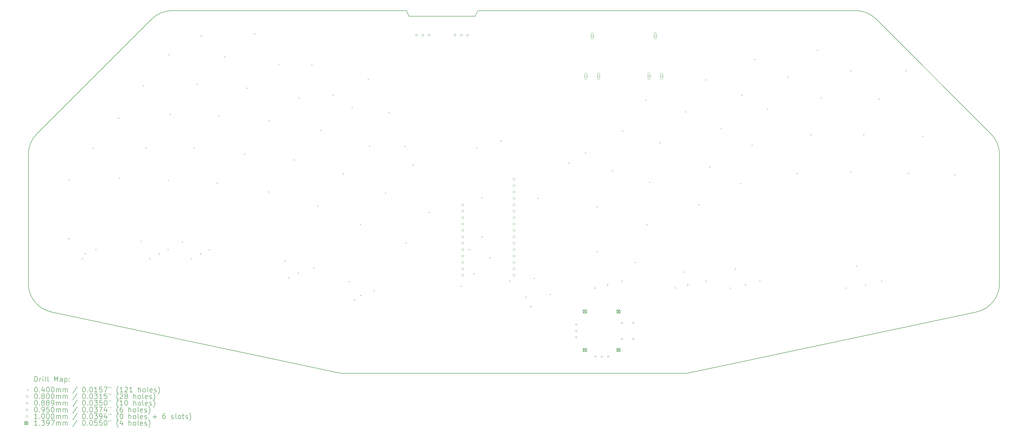
<source format=gbr>
%TF.GenerationSoftware,KiCad,Pcbnew,7.0.10-148-g62bb553460*%
%TF.CreationDate,2024-03-27T08:20:25+01:00*%
%TF.ProjectId,bandoneon,62616e64-6f6e-4656-9f6e-2e6b69636164,rev?*%
%TF.SameCoordinates,Original*%
%TF.FileFunction,Drillmap*%
%TF.FilePolarity,Positive*%
%FSLAX45Y45*%
G04 Gerber Fmt 4.5, Leading zero omitted, Abs format (unit mm)*
G04 Created by KiCad (PCBNEW 7.0.10-148-g62bb553460) date 2024-03-27 08:20:25*
%MOMM*%
%LPD*%
G01*
G04 APERTURE LIST*
%ADD10C,0.200000*%
%ADD11C,0.100000*%
%ADD12C,0.139700*%
G04 APERTURE END LIST*
D10*
X11804827Y-22300258D02*
X11804827Y-17180357D01*
X36172888Y-11478374D02*
X37127112Y-11478374D01*
X49380272Y-23425127D02*
X37910982Y-25863000D01*
X12141652Y-16367183D02*
G75*
G03*
X11804827Y-17180357I813188J-813177D01*
G01*
X29510000Y-11700000D02*
X26890000Y-11700000D01*
X12141654Y-16367184D02*
X16693637Y-11815201D01*
X24185018Y-25863000D02*
X12715728Y-23425127D01*
D11*
X31000000Y-12400000D02*
X31000000Y-12400000D01*
D10*
X37127112Y-11478374D02*
X44589190Y-11478374D01*
X17506810Y-11478373D02*
G75*
G03*
X16693637Y-11815201I0J-1149997D01*
G01*
X33672888Y-11478374D02*
X34627112Y-11478374D01*
X37910982Y-25863000D02*
X24185018Y-25863000D01*
X29620000Y-11478374D02*
X33672888Y-11478374D01*
X50291173Y-17180357D02*
X50291173Y-22300258D01*
X17506810Y-11478374D02*
X26790000Y-11478374D01*
X45402362Y-11815201D02*
X49954346Y-16367184D01*
X11804830Y-22300258D02*
G75*
G03*
X12715728Y-23425127I1150010J8D01*
G01*
X29510000Y-11700000D02*
X29620000Y-11478374D01*
X50291174Y-17180357D02*
G75*
G03*
X49954346Y-16367184I-1150004J-3D01*
G01*
X45402364Y-11815199D02*
G75*
G03*
X44589190Y-11478374I-813174J-813181D01*
G01*
X49380271Y-23425124D02*
G75*
G03*
X50291173Y-22300258I-239091J1124864D01*
G01*
X34627112Y-11478374D02*
X36172888Y-11478374D01*
X26890000Y-11700000D02*
X26790000Y-11478374D01*
D11*
X13378500Y-20503200D02*
X13418500Y-20543200D01*
X13418500Y-20503200D02*
X13378500Y-20543200D01*
X13391200Y-18166400D02*
X13431200Y-18206400D01*
X13431200Y-18166400D02*
X13391200Y-18206400D01*
X13924600Y-21290600D02*
X13964600Y-21330600D01*
X13964600Y-21290600D02*
X13924600Y-21330600D01*
X14038900Y-21093750D02*
X14078900Y-21133750D01*
X14078900Y-21093750D02*
X14038900Y-21133750D01*
X14356400Y-16921800D02*
X14396400Y-16961800D01*
X14396400Y-16921800D02*
X14356400Y-16961800D01*
X14458000Y-20935000D02*
X14498000Y-20975000D01*
X14498000Y-20935000D02*
X14458000Y-20975000D01*
X15372400Y-15728000D02*
X15412400Y-15768000D01*
X15412400Y-15728000D02*
X15372400Y-15768000D01*
X15397800Y-18090200D02*
X15437800Y-18130200D01*
X15437800Y-18090200D02*
X15397800Y-18130200D01*
X16261400Y-20604800D02*
X16301400Y-20644800D01*
X16301400Y-20604800D02*
X16261400Y-20644800D01*
X16337600Y-14432600D02*
X16377600Y-14472600D01*
X16377600Y-14432600D02*
X16337600Y-14472600D01*
X16439200Y-16896400D02*
X16479200Y-16936400D01*
X16479200Y-16896400D02*
X16439200Y-16936400D01*
X16591600Y-21290600D02*
X16631600Y-21330600D01*
X16631600Y-21290600D02*
X16591600Y-21330600D01*
X16959900Y-21100100D02*
X16999900Y-21140100D01*
X16999900Y-21100100D02*
X16959900Y-21140100D01*
X17319205Y-20935000D02*
X17359205Y-20975000D01*
X17359205Y-20935000D02*
X17319205Y-20975000D01*
X17328200Y-18191800D02*
X17368200Y-18231800D01*
X17368200Y-18191800D02*
X17328200Y-18231800D01*
X17353600Y-13213400D02*
X17393600Y-13253400D01*
X17393600Y-13213400D02*
X17353600Y-13253400D01*
X17404400Y-15575600D02*
X17444400Y-15615600D01*
X17444400Y-15575600D02*
X17404400Y-15615600D01*
X17887000Y-20617500D02*
X17927000Y-20657500D01*
X17927000Y-20617500D02*
X17887000Y-20657500D01*
X18242600Y-21290600D02*
X18282600Y-21330600D01*
X18282600Y-21290600D02*
X18242600Y-21330600D01*
X18344200Y-16896400D02*
X18384200Y-16936400D01*
X18384200Y-16896400D02*
X18344200Y-16936400D01*
X18471200Y-14381800D02*
X18511200Y-14421800D01*
X18511200Y-14381800D02*
X18471200Y-14421800D01*
X18610900Y-21100100D02*
X18650900Y-21140100D01*
X18650900Y-21100100D02*
X18610900Y-21140100D01*
X18636300Y-12464100D02*
X18676300Y-12504100D01*
X18676300Y-12464100D02*
X18636300Y-12504100D01*
X18955576Y-20935000D02*
X18995576Y-20975000D01*
X18995576Y-20935000D02*
X18955576Y-20975000D01*
X19258600Y-18293400D02*
X19298600Y-18333400D01*
X19298600Y-18293400D02*
X19258600Y-18333400D01*
X19334800Y-15626400D02*
X19374800Y-15666400D01*
X19374800Y-15626400D02*
X19334800Y-15666400D01*
X19563400Y-13289600D02*
X19603400Y-13329600D01*
X19603400Y-13289600D02*
X19563400Y-13329600D01*
X20350800Y-17150400D02*
X20390800Y-17190400D01*
X20390800Y-17150400D02*
X20350800Y-17190400D01*
X20452400Y-14534200D02*
X20492400Y-14574200D01*
X20492400Y-14534200D02*
X20452400Y-14574200D01*
X20757200Y-12375200D02*
X20797200Y-12415200D01*
X20797200Y-12375200D02*
X20757200Y-12415200D01*
X21316000Y-15829600D02*
X21356000Y-15869600D01*
X21356000Y-15829600D02*
X21316000Y-15869600D01*
X21316000Y-18649000D02*
X21356000Y-18689000D01*
X21356000Y-18649000D02*
X21316000Y-18689000D01*
X21697000Y-13594400D02*
X21737000Y-13634400D01*
X21737000Y-13594400D02*
X21697000Y-13634400D01*
X21951000Y-21379500D02*
X21991000Y-21419500D01*
X21991000Y-21379500D02*
X21951000Y-21419500D01*
X22103400Y-22052600D02*
X22143400Y-22092600D01*
X22143400Y-22052600D02*
X22103400Y-22092600D01*
X22306600Y-17379000D02*
X22346600Y-17419000D01*
X22346600Y-17379000D02*
X22306600Y-17419000D01*
X22484400Y-21862100D02*
X22524400Y-21902100D01*
X22524400Y-21862100D02*
X22484400Y-21902100D01*
X22509800Y-14915200D02*
X22549800Y-14955200D01*
X22549800Y-14915200D02*
X22509800Y-14955200D01*
X23017800Y-13619800D02*
X23057800Y-13659800D01*
X23057800Y-13619800D02*
X23017800Y-13659800D01*
X23094000Y-21671600D02*
X23134000Y-21711600D01*
X23134000Y-21671600D02*
X23094000Y-21711600D01*
X23246400Y-19207800D02*
X23286400Y-19247800D01*
X23286400Y-19207800D02*
X23246400Y-19247800D01*
X23373400Y-16210600D02*
X23413400Y-16250600D01*
X23413400Y-16210600D02*
X23373400Y-16250600D01*
X23856000Y-14813600D02*
X23896000Y-14853600D01*
X23896000Y-14813600D02*
X23856000Y-14853600D01*
X24262400Y-17937800D02*
X24302400Y-17977800D01*
X24302400Y-17937800D02*
X24262400Y-17977800D01*
X24491000Y-22205000D02*
X24531000Y-22245000D01*
X24531000Y-22205000D02*
X24491000Y-22245000D01*
X24618000Y-15296200D02*
X24658000Y-15336200D01*
X24658000Y-15296200D02*
X24618000Y-15336200D01*
X24706900Y-22941600D02*
X24746900Y-22981600D01*
X24746900Y-22941600D02*
X24706900Y-22981600D01*
X24948200Y-19944400D02*
X24988200Y-19984400D01*
X24988200Y-19944400D02*
X24948200Y-19984400D01*
X24960900Y-22751100D02*
X25000900Y-22791100D01*
X25000900Y-22751100D02*
X24960900Y-22791100D01*
X25253000Y-14178600D02*
X25293000Y-14218600D01*
X25293000Y-14178600D02*
X25253000Y-14218600D01*
X25303800Y-16820200D02*
X25343800Y-16860200D01*
X25343800Y-16820200D02*
X25303800Y-16860200D01*
X25481600Y-22560600D02*
X25521600Y-22600600D01*
X25521600Y-22560600D02*
X25481600Y-22600600D01*
X25938800Y-18699800D02*
X25978800Y-18739800D01*
X25978800Y-18699800D02*
X25938800Y-18739800D01*
X26065800Y-15499400D02*
X26105800Y-15539400D01*
X26105800Y-15499400D02*
X26065800Y-15539400D01*
X26700800Y-16845600D02*
X26740800Y-16885600D01*
X26740800Y-16845600D02*
X26700800Y-16885600D01*
X26751600Y-20681000D02*
X26791600Y-20721000D01*
X26791600Y-20681000D02*
X26751600Y-20721000D01*
X27031000Y-17582200D02*
X27071000Y-17622200D01*
X27071000Y-17582200D02*
X27031000Y-17622200D01*
X27666000Y-19461800D02*
X27706000Y-19501800D01*
X27706000Y-19461800D02*
X27666000Y-19501800D01*
X28936000Y-22382800D02*
X28976000Y-22422800D01*
X28976000Y-22382800D02*
X28936000Y-22422800D01*
X29253500Y-20935000D02*
X29293500Y-20975000D01*
X29293500Y-20935000D02*
X29253500Y-20975000D01*
X29444000Y-21887500D02*
X29484000Y-21927500D01*
X29484000Y-21887500D02*
X29444000Y-21927500D01*
X29545600Y-16896400D02*
X29585600Y-16936400D01*
X29585600Y-16896400D02*
X29545600Y-16936400D01*
X29748800Y-18877600D02*
X29788800Y-18917600D01*
X29788800Y-18877600D02*
X29748800Y-18917600D01*
X29761500Y-20427000D02*
X29801500Y-20467000D01*
X29801500Y-20427000D02*
X29761500Y-20467000D01*
X30079000Y-21252500D02*
X30119000Y-21292500D01*
X30119000Y-21252500D02*
X30079000Y-21292500D01*
X30510800Y-16618541D02*
X30550800Y-16658541D01*
X30550800Y-16618541D02*
X30510800Y-16658541D01*
X30866400Y-22179600D02*
X30906400Y-22219600D01*
X30906400Y-22179600D02*
X30866400Y-22219600D01*
X31501400Y-22814600D02*
X31541400Y-22854600D01*
X31541400Y-22814600D02*
X31501400Y-22854600D01*
X31691900Y-23195600D02*
X31731900Y-23235600D01*
X31731900Y-23195600D02*
X31691900Y-23235600D01*
X31831600Y-22078000D02*
X31871600Y-22118000D01*
X31871600Y-22078000D02*
X31831600Y-22118000D01*
X31984000Y-18903000D02*
X32024000Y-18943000D01*
X32024000Y-18903000D02*
X31984000Y-18943000D01*
X32466600Y-22713000D02*
X32506600Y-22753000D01*
X32506600Y-22713000D02*
X32466600Y-22753000D01*
X33203200Y-17506000D02*
X33243200Y-17546000D01*
X33243200Y-17506000D02*
X33203200Y-17546000D01*
X33863600Y-17099600D02*
X33903600Y-17139600D01*
X33903600Y-17099600D02*
X33863600Y-17139600D01*
X34231900Y-22459000D02*
X34271900Y-22499000D01*
X34271900Y-22459000D02*
X34231900Y-22499000D01*
X34320800Y-19233200D02*
X34360800Y-19273200D01*
X34360800Y-19233200D02*
X34320800Y-19273200D01*
X34320800Y-21011200D02*
X34360800Y-21051200D01*
X34360800Y-21011200D02*
X34320800Y-21051200D01*
X34739900Y-22332000D02*
X34779900Y-22372000D01*
X34779900Y-22332000D02*
X34739900Y-22372000D01*
X34930400Y-17810800D02*
X34970400Y-17850800D01*
X34970400Y-17810800D02*
X34930400Y-17850800D01*
X35311400Y-22179600D02*
X35351400Y-22219600D01*
X35351400Y-22179600D02*
X35311400Y-22219600D01*
X35336800Y-16236000D02*
X35376800Y-16276000D01*
X35376800Y-16236000D02*
X35336800Y-16276000D01*
X35844800Y-21443000D02*
X35884800Y-21483000D01*
X35884800Y-21443000D02*
X35844800Y-21483000D01*
X36251200Y-15016800D02*
X36291200Y-15056800D01*
X36291200Y-15016800D02*
X36251200Y-15056800D01*
X36302000Y-19944400D02*
X36342000Y-19984400D01*
X36342000Y-19944400D02*
X36302000Y-19984400D01*
X36403600Y-18268000D02*
X36443600Y-18308000D01*
X36443600Y-18268000D02*
X36403600Y-18308000D01*
X36810000Y-16693200D02*
X36850000Y-16733200D01*
X36850000Y-16693200D02*
X36810000Y-16733200D01*
X37411397Y-22450797D02*
X37451397Y-22490797D01*
X37451397Y-22450797D02*
X37411397Y-22490797D01*
X37749800Y-21824000D02*
X37789800Y-21864000D01*
X37789800Y-21824000D02*
X37749800Y-21864000D01*
X37826000Y-15474000D02*
X37866000Y-15514000D01*
X37866000Y-15474000D02*
X37826000Y-15514000D01*
X37914900Y-22332000D02*
X37954900Y-22372000D01*
X37954900Y-22332000D02*
X37914900Y-22372000D01*
X38359400Y-19157000D02*
X38399400Y-19197000D01*
X38399400Y-19157000D02*
X38359400Y-19197000D01*
X38638800Y-14204000D02*
X38678800Y-14244000D01*
X38678800Y-14204000D02*
X38638800Y-14244000D01*
X38638800Y-22179600D02*
X38678800Y-22219600D01*
X38678800Y-22179600D02*
X38638800Y-22219600D01*
X38791200Y-17658400D02*
X38831200Y-17698400D01*
X38831200Y-17658400D02*
X38791200Y-17698400D01*
X39248400Y-16134400D02*
X39288400Y-16174400D01*
X39288400Y-16134400D02*
X39248400Y-16174400D01*
X39604000Y-22459000D02*
X39644000Y-22499000D01*
X39644000Y-22459000D02*
X39604000Y-22499000D01*
X39807200Y-21697000D02*
X39847200Y-21737000D01*
X39847200Y-21697000D02*
X39807200Y-21737000D01*
X40010400Y-18318800D02*
X40050400Y-18358800D01*
X40050400Y-18318800D02*
X40010400Y-18358800D01*
X40061200Y-14813600D02*
X40101200Y-14853600D01*
X40101200Y-14813600D02*
X40061200Y-14853600D01*
X40200900Y-22332000D02*
X40240900Y-22372000D01*
X40240900Y-22332000D02*
X40200900Y-22372000D01*
X40467600Y-16794800D02*
X40507600Y-16834800D01*
X40507600Y-16794800D02*
X40467600Y-16834800D01*
X40569200Y-13391200D02*
X40609200Y-13431200D01*
X40609200Y-13391200D02*
X40569200Y-13431200D01*
X40772400Y-22179600D02*
X40812400Y-22219600D01*
X40812400Y-22179600D02*
X40772400Y-22219600D01*
X41077200Y-15372400D02*
X41117200Y-15412400D01*
X41117200Y-15372400D02*
X41077200Y-15412400D01*
X41890000Y-14102400D02*
X41930000Y-14142400D01*
X41930000Y-14102400D02*
X41890000Y-14142400D01*
X42245600Y-17912400D02*
X42285600Y-17952400D01*
X42285600Y-17912400D02*
X42245600Y-17952400D01*
X42804400Y-16388400D02*
X42844400Y-16428400D01*
X42844400Y-16388400D02*
X42804400Y-16428400D01*
X43058400Y-13035600D02*
X43098400Y-13075600D01*
X43098400Y-13035600D02*
X43058400Y-13075600D01*
X43210800Y-14915200D02*
X43250800Y-14955200D01*
X43250800Y-14915200D02*
X43210800Y-14955200D01*
X44180000Y-22459000D02*
X44220000Y-22499000D01*
X44220000Y-22459000D02*
X44180000Y-22499000D01*
X44379200Y-13848400D02*
X44419200Y-13888400D01*
X44419200Y-13848400D02*
X44379200Y-13888400D01*
X44379200Y-17861600D02*
X44419200Y-17901600D01*
X44419200Y-17861600D02*
X44379200Y-17901600D01*
X44607800Y-21595400D02*
X44647800Y-21635400D01*
X44647800Y-21595400D02*
X44607800Y-21635400D01*
X44887200Y-16388400D02*
X44927200Y-16428400D01*
X44927200Y-16388400D02*
X44887200Y-16428400D01*
X44963400Y-22332000D02*
X45003400Y-22372000D01*
X45003400Y-22332000D02*
X44963400Y-22372000D01*
X45496800Y-14966000D02*
X45536800Y-15006000D01*
X45536800Y-14966000D02*
X45496800Y-15006000D01*
X45598400Y-22179600D02*
X45638400Y-22219600D01*
X45638400Y-22179600D02*
X45598400Y-22219600D01*
X46563600Y-13848400D02*
X46603600Y-13888400D01*
X46603600Y-13848400D02*
X46563600Y-13888400D01*
X46665200Y-17912400D02*
X46705200Y-17952400D01*
X46705200Y-17912400D02*
X46665200Y-17952400D01*
X47224000Y-16439200D02*
X47264000Y-16479200D01*
X47264000Y-16439200D02*
X47224000Y-16479200D01*
X48494000Y-17963200D02*
X48534000Y-18003200D01*
X48534000Y-17963200D02*
X48494000Y-18003200D01*
X29059500Y-19177000D02*
G75*
G03*
X28979500Y-19177000I-40000J0D01*
G01*
X28979500Y-19177000D02*
G75*
G03*
X29059500Y-19177000I40000J0D01*
G01*
X29059500Y-19431000D02*
G75*
G03*
X28979500Y-19431000I-40000J0D01*
G01*
X28979500Y-19431000D02*
G75*
G03*
X29059500Y-19431000I40000J0D01*
G01*
X29059500Y-19685000D02*
G75*
G03*
X28979500Y-19685000I-40000J0D01*
G01*
X28979500Y-19685000D02*
G75*
G03*
X29059500Y-19685000I40000J0D01*
G01*
X29059500Y-19939000D02*
G75*
G03*
X28979500Y-19939000I-40000J0D01*
G01*
X28979500Y-19939000D02*
G75*
G03*
X29059500Y-19939000I40000J0D01*
G01*
X29059500Y-20193000D02*
G75*
G03*
X28979500Y-20193000I-40000J0D01*
G01*
X28979500Y-20193000D02*
G75*
G03*
X29059500Y-20193000I40000J0D01*
G01*
X29059500Y-20447000D02*
G75*
G03*
X28979500Y-20447000I-40000J0D01*
G01*
X28979500Y-20447000D02*
G75*
G03*
X29059500Y-20447000I40000J0D01*
G01*
X29059500Y-20701000D02*
G75*
G03*
X28979500Y-20701000I-40000J0D01*
G01*
X28979500Y-20701000D02*
G75*
G03*
X29059500Y-20701000I40000J0D01*
G01*
X29059500Y-20955000D02*
G75*
G03*
X28979500Y-20955000I-40000J0D01*
G01*
X28979500Y-20955000D02*
G75*
G03*
X29059500Y-20955000I40000J0D01*
G01*
X29059500Y-21209000D02*
G75*
G03*
X28979500Y-21209000I-40000J0D01*
G01*
X28979500Y-21209000D02*
G75*
G03*
X29059500Y-21209000I40000J0D01*
G01*
X29059500Y-21463000D02*
G75*
G03*
X28979500Y-21463000I-40000J0D01*
G01*
X28979500Y-21463000D02*
G75*
G03*
X29059500Y-21463000I40000J0D01*
G01*
X29059500Y-21717000D02*
G75*
G03*
X28979500Y-21717000I-40000J0D01*
G01*
X28979500Y-21717000D02*
G75*
G03*
X29059500Y-21717000I40000J0D01*
G01*
X29059500Y-21971000D02*
G75*
G03*
X28979500Y-21971000I-40000J0D01*
G01*
X28979500Y-21971000D02*
G75*
G03*
X29059500Y-21971000I40000J0D01*
G01*
X31091500Y-18161000D02*
G75*
G03*
X31011500Y-18161000I-40000J0D01*
G01*
X31011500Y-18161000D02*
G75*
G03*
X31091500Y-18161000I40000J0D01*
G01*
X31091500Y-18415000D02*
G75*
G03*
X31011500Y-18415000I-40000J0D01*
G01*
X31011500Y-18415000D02*
G75*
G03*
X31091500Y-18415000I40000J0D01*
G01*
X31091500Y-18669000D02*
G75*
G03*
X31011500Y-18669000I-40000J0D01*
G01*
X31011500Y-18669000D02*
G75*
G03*
X31091500Y-18669000I40000J0D01*
G01*
X31091500Y-18923000D02*
G75*
G03*
X31011500Y-18923000I-40000J0D01*
G01*
X31011500Y-18923000D02*
G75*
G03*
X31091500Y-18923000I40000J0D01*
G01*
X31091500Y-19177000D02*
G75*
G03*
X31011500Y-19177000I-40000J0D01*
G01*
X31011500Y-19177000D02*
G75*
G03*
X31091500Y-19177000I40000J0D01*
G01*
X31091500Y-19431000D02*
G75*
G03*
X31011500Y-19431000I-40000J0D01*
G01*
X31011500Y-19431000D02*
G75*
G03*
X31091500Y-19431000I40000J0D01*
G01*
X31091500Y-19685000D02*
G75*
G03*
X31011500Y-19685000I-40000J0D01*
G01*
X31011500Y-19685000D02*
G75*
G03*
X31091500Y-19685000I40000J0D01*
G01*
X31091500Y-19939000D02*
G75*
G03*
X31011500Y-19939000I-40000J0D01*
G01*
X31011500Y-19939000D02*
G75*
G03*
X31091500Y-19939000I40000J0D01*
G01*
X31091500Y-20193000D02*
G75*
G03*
X31011500Y-20193000I-40000J0D01*
G01*
X31011500Y-20193000D02*
G75*
G03*
X31091500Y-20193000I40000J0D01*
G01*
X31091500Y-20447000D02*
G75*
G03*
X31011500Y-20447000I-40000J0D01*
G01*
X31011500Y-20447000D02*
G75*
G03*
X31091500Y-20447000I40000J0D01*
G01*
X31091500Y-20701000D02*
G75*
G03*
X31011500Y-20701000I-40000J0D01*
G01*
X31011500Y-20701000D02*
G75*
G03*
X31091500Y-20701000I40000J0D01*
G01*
X31091500Y-20955000D02*
G75*
G03*
X31011500Y-20955000I-40000J0D01*
G01*
X31011500Y-20955000D02*
G75*
G03*
X31091500Y-20955000I40000J0D01*
G01*
X31091500Y-21209000D02*
G75*
G03*
X31011500Y-21209000I-40000J0D01*
G01*
X31011500Y-21209000D02*
G75*
G03*
X31091500Y-21209000I40000J0D01*
G01*
X31091500Y-21463000D02*
G75*
G03*
X31011500Y-21463000I-40000J0D01*
G01*
X31011500Y-21463000D02*
G75*
G03*
X31091500Y-21463000I40000J0D01*
G01*
X31091500Y-21717000D02*
G75*
G03*
X31011500Y-21717000I-40000J0D01*
G01*
X31011500Y-21717000D02*
G75*
G03*
X31091500Y-21717000I40000J0D01*
G01*
X31091500Y-21971000D02*
G75*
G03*
X31011500Y-21971000I-40000J0D01*
G01*
X31011500Y-21971000D02*
G75*
G03*
X31091500Y-21971000I40000J0D01*
G01*
X33510500Y-23874050D02*
X33510500Y-23962950D01*
X33466050Y-23918500D02*
X33554950Y-23918500D01*
X33510500Y-24128050D02*
X33510500Y-24216950D01*
X33466050Y-24172500D02*
X33554950Y-24172500D01*
X33510500Y-24382050D02*
X33510500Y-24470950D01*
X33466050Y-24426500D02*
X33554950Y-24426500D01*
X34272500Y-25144050D02*
X34272500Y-25232950D01*
X34228050Y-25188500D02*
X34316950Y-25188500D01*
X34526500Y-25144050D02*
X34526500Y-25232950D01*
X34482050Y-25188500D02*
X34570950Y-25188500D01*
X34780500Y-25144050D02*
X34780500Y-25232950D01*
X34736050Y-25188500D02*
X34824950Y-25188500D01*
X35326600Y-23810550D02*
X35326600Y-23899450D01*
X35282150Y-23855000D02*
X35371050Y-23855000D01*
X35326600Y-24445550D02*
X35326600Y-24534450D01*
X35282150Y-24490000D02*
X35371050Y-24490000D01*
X35776600Y-23810550D02*
X35776600Y-23899450D01*
X35732150Y-23855000D02*
X35821050Y-23855000D01*
X35776600Y-24445550D02*
X35776600Y-24534450D01*
X35732150Y-24490000D02*
X35821050Y-24490000D01*
X27219588Y-12479588D02*
X27219588Y-12412412D01*
X27152412Y-12412412D01*
X27152412Y-12479588D01*
X27219588Y-12479588D01*
X27469588Y-12479588D02*
X27469588Y-12412412D01*
X27402412Y-12412412D01*
X27402412Y-12479588D01*
X27469588Y-12479588D01*
X27719588Y-12479588D02*
X27719588Y-12412412D01*
X27652412Y-12412412D01*
X27652412Y-12479588D01*
X27719588Y-12479588D01*
X28743588Y-12479588D02*
X28743588Y-12412412D01*
X28676412Y-12412412D01*
X28676412Y-12479588D01*
X28743588Y-12479588D01*
X28993588Y-12479588D02*
X28993588Y-12412412D01*
X28926412Y-12412412D01*
X28926412Y-12479588D01*
X28993588Y-12479588D01*
X29243588Y-12479588D02*
X29243588Y-12412412D01*
X29176412Y-12412412D01*
X29176412Y-12479588D01*
X29243588Y-12479588D01*
X33900000Y-14128000D02*
X33950000Y-14078000D01*
X33900000Y-14028000D01*
X33850000Y-14078000D01*
X33900000Y-14128000D01*
X33950000Y-14158000D02*
X33950000Y-13998000D01*
X33950000Y-13998000D02*
G75*
G03*
X33850000Y-13998000I-50000J0D01*
G01*
X33850000Y-13998000D02*
X33850000Y-14158000D01*
X33850000Y-14158000D02*
G75*
G03*
X33950000Y-14158000I50000J0D01*
G01*
X34150000Y-12528000D02*
X34200000Y-12478000D01*
X34150000Y-12428000D01*
X34100000Y-12478000D01*
X34150000Y-12528000D01*
X34200000Y-12553000D02*
X34200000Y-12403000D01*
X34200000Y-12403000D02*
G75*
G03*
X34100000Y-12403000I-50000J0D01*
G01*
X34100000Y-12403000D02*
X34100000Y-12553000D01*
X34100000Y-12553000D02*
G75*
G03*
X34200000Y-12553000I50000J0D01*
G01*
X34400000Y-14128000D02*
X34450000Y-14078000D01*
X34400000Y-14028000D01*
X34350000Y-14078000D01*
X34400000Y-14128000D01*
X34450000Y-14158000D02*
X34450000Y-13998000D01*
X34450000Y-13998000D02*
G75*
G03*
X34350000Y-13998000I-50000J0D01*
G01*
X34350000Y-13998000D02*
X34350000Y-14158000D01*
X34350000Y-14158000D02*
G75*
G03*
X34450000Y-14158000I50000J0D01*
G01*
X36400000Y-14128000D02*
X36450000Y-14078000D01*
X36400000Y-14028000D01*
X36350000Y-14078000D01*
X36400000Y-14128000D01*
X36450000Y-14158000D02*
X36450000Y-13998000D01*
X36450000Y-13998000D02*
G75*
G03*
X36350000Y-13998000I-50000J0D01*
G01*
X36350000Y-13998000D02*
X36350000Y-14158000D01*
X36350000Y-14158000D02*
G75*
G03*
X36450000Y-14158000I50000J0D01*
G01*
X36650000Y-12528000D02*
X36700000Y-12478000D01*
X36650000Y-12428000D01*
X36600000Y-12478000D01*
X36650000Y-12528000D01*
X36700000Y-12553000D02*
X36700000Y-12403000D01*
X36700000Y-12403000D02*
G75*
G03*
X36600000Y-12403000I-50000J0D01*
G01*
X36600000Y-12403000D02*
X36600000Y-12553000D01*
X36600000Y-12553000D02*
G75*
G03*
X36700000Y-12553000I50000J0D01*
G01*
X36900000Y-14128000D02*
X36950000Y-14078000D01*
X36900000Y-14028000D01*
X36850000Y-14078000D01*
X36900000Y-14128000D01*
X36950000Y-14158000D02*
X36950000Y-13998000D01*
X36950000Y-13998000D02*
G75*
G03*
X36850000Y-13998000I-50000J0D01*
G01*
X36850000Y-13998000D02*
X36850000Y-14158000D01*
X36850000Y-14158000D02*
G75*
G03*
X36950000Y-14158000I50000J0D01*
G01*
D12*
X33789850Y-23340650D02*
X33929550Y-23480350D01*
X33929550Y-23340650D02*
X33789850Y-23480350D01*
X33929550Y-23410500D02*
G75*
G03*
X33789850Y-23410500I-69850J0D01*
G01*
X33789850Y-23410500D02*
G75*
G03*
X33929550Y-23410500I69850J0D01*
G01*
X33789850Y-24864650D02*
X33929550Y-25004350D01*
X33929550Y-24864650D02*
X33789850Y-25004350D01*
X33929550Y-24934500D02*
G75*
G03*
X33789850Y-24934500I-69850J0D01*
G01*
X33789850Y-24934500D02*
G75*
G03*
X33929550Y-24934500I69850J0D01*
G01*
X35123450Y-23340650D02*
X35263150Y-23480350D01*
X35263150Y-23340650D02*
X35123450Y-23480350D01*
X35263150Y-23410500D02*
G75*
G03*
X35123450Y-23410500I-69850J0D01*
G01*
X35123450Y-23410500D02*
G75*
G03*
X35263150Y-23410500I69850J0D01*
G01*
X35123450Y-24864650D02*
X35263150Y-25004350D01*
X35263150Y-24864650D02*
X35123450Y-25004350D01*
X35263150Y-24934500D02*
G75*
G03*
X35123450Y-24934500I-69850J0D01*
G01*
X35123450Y-24934500D02*
G75*
G03*
X35263150Y-24934500I69850J0D01*
G01*
D10*
X12055603Y-26184484D02*
X12055603Y-25984484D01*
X12055603Y-25984484D02*
X12103222Y-25984484D01*
X12103222Y-25984484D02*
X12131794Y-25994008D01*
X12131794Y-25994008D02*
X12150842Y-26013055D01*
X12150842Y-26013055D02*
X12160365Y-26032103D01*
X12160365Y-26032103D02*
X12169889Y-26070198D01*
X12169889Y-26070198D02*
X12169889Y-26098769D01*
X12169889Y-26098769D02*
X12160365Y-26136865D01*
X12160365Y-26136865D02*
X12150842Y-26155912D01*
X12150842Y-26155912D02*
X12131794Y-26174960D01*
X12131794Y-26174960D02*
X12103222Y-26184484D01*
X12103222Y-26184484D02*
X12055603Y-26184484D01*
X12255603Y-26184484D02*
X12255603Y-26051150D01*
X12255603Y-26089246D02*
X12265127Y-26070198D01*
X12265127Y-26070198D02*
X12274651Y-26060674D01*
X12274651Y-26060674D02*
X12293699Y-26051150D01*
X12293699Y-26051150D02*
X12312746Y-26051150D01*
X12379413Y-26184484D02*
X12379413Y-26051150D01*
X12379413Y-25984484D02*
X12369889Y-25994008D01*
X12369889Y-25994008D02*
X12379413Y-26003531D01*
X12379413Y-26003531D02*
X12388937Y-25994008D01*
X12388937Y-25994008D02*
X12379413Y-25984484D01*
X12379413Y-25984484D02*
X12379413Y-26003531D01*
X12503222Y-26184484D02*
X12484175Y-26174960D01*
X12484175Y-26174960D02*
X12474651Y-26155912D01*
X12474651Y-26155912D02*
X12474651Y-25984484D01*
X12607984Y-26184484D02*
X12588937Y-26174960D01*
X12588937Y-26174960D02*
X12579413Y-26155912D01*
X12579413Y-26155912D02*
X12579413Y-25984484D01*
X12836556Y-26184484D02*
X12836556Y-25984484D01*
X12836556Y-25984484D02*
X12903223Y-26127341D01*
X12903223Y-26127341D02*
X12969889Y-25984484D01*
X12969889Y-25984484D02*
X12969889Y-26184484D01*
X13150842Y-26184484D02*
X13150842Y-26079722D01*
X13150842Y-26079722D02*
X13141318Y-26060674D01*
X13141318Y-26060674D02*
X13122270Y-26051150D01*
X13122270Y-26051150D02*
X13084175Y-26051150D01*
X13084175Y-26051150D02*
X13065127Y-26060674D01*
X13150842Y-26174960D02*
X13131794Y-26184484D01*
X13131794Y-26184484D02*
X13084175Y-26184484D01*
X13084175Y-26184484D02*
X13065127Y-26174960D01*
X13065127Y-26174960D02*
X13055603Y-26155912D01*
X13055603Y-26155912D02*
X13055603Y-26136865D01*
X13055603Y-26136865D02*
X13065127Y-26117817D01*
X13065127Y-26117817D02*
X13084175Y-26108293D01*
X13084175Y-26108293D02*
X13131794Y-26108293D01*
X13131794Y-26108293D02*
X13150842Y-26098769D01*
X13246080Y-26051150D02*
X13246080Y-26251150D01*
X13246080Y-26060674D02*
X13265127Y-26051150D01*
X13265127Y-26051150D02*
X13303223Y-26051150D01*
X13303223Y-26051150D02*
X13322270Y-26060674D01*
X13322270Y-26060674D02*
X13331794Y-26070198D01*
X13331794Y-26070198D02*
X13341318Y-26089246D01*
X13341318Y-26089246D02*
X13341318Y-26146388D01*
X13341318Y-26146388D02*
X13331794Y-26165436D01*
X13331794Y-26165436D02*
X13322270Y-26174960D01*
X13322270Y-26174960D02*
X13303223Y-26184484D01*
X13303223Y-26184484D02*
X13265127Y-26184484D01*
X13265127Y-26184484D02*
X13246080Y-26174960D01*
X13427032Y-26165436D02*
X13436556Y-26174960D01*
X13436556Y-26174960D02*
X13427032Y-26184484D01*
X13427032Y-26184484D02*
X13417508Y-26174960D01*
X13417508Y-26174960D02*
X13427032Y-26165436D01*
X13427032Y-26165436D02*
X13427032Y-26184484D01*
X13427032Y-26060674D02*
X13436556Y-26070198D01*
X13436556Y-26070198D02*
X13427032Y-26079722D01*
X13427032Y-26079722D02*
X13417508Y-26070198D01*
X13417508Y-26070198D02*
X13427032Y-26060674D01*
X13427032Y-26060674D02*
X13427032Y-26079722D01*
D11*
X11754827Y-26493000D02*
X11794827Y-26533000D01*
X11794827Y-26493000D02*
X11754827Y-26533000D01*
D10*
X12093699Y-26404484D02*
X12112746Y-26404484D01*
X12112746Y-26404484D02*
X12131794Y-26414008D01*
X12131794Y-26414008D02*
X12141318Y-26423531D01*
X12141318Y-26423531D02*
X12150842Y-26442579D01*
X12150842Y-26442579D02*
X12160365Y-26480674D01*
X12160365Y-26480674D02*
X12160365Y-26528293D01*
X12160365Y-26528293D02*
X12150842Y-26566388D01*
X12150842Y-26566388D02*
X12141318Y-26585436D01*
X12141318Y-26585436D02*
X12131794Y-26594960D01*
X12131794Y-26594960D02*
X12112746Y-26604484D01*
X12112746Y-26604484D02*
X12093699Y-26604484D01*
X12093699Y-26604484D02*
X12074651Y-26594960D01*
X12074651Y-26594960D02*
X12065127Y-26585436D01*
X12065127Y-26585436D02*
X12055603Y-26566388D01*
X12055603Y-26566388D02*
X12046080Y-26528293D01*
X12046080Y-26528293D02*
X12046080Y-26480674D01*
X12046080Y-26480674D02*
X12055603Y-26442579D01*
X12055603Y-26442579D02*
X12065127Y-26423531D01*
X12065127Y-26423531D02*
X12074651Y-26414008D01*
X12074651Y-26414008D02*
X12093699Y-26404484D01*
X12246080Y-26585436D02*
X12255603Y-26594960D01*
X12255603Y-26594960D02*
X12246080Y-26604484D01*
X12246080Y-26604484D02*
X12236556Y-26594960D01*
X12236556Y-26594960D02*
X12246080Y-26585436D01*
X12246080Y-26585436D02*
X12246080Y-26604484D01*
X12427032Y-26471150D02*
X12427032Y-26604484D01*
X12379413Y-26394960D02*
X12331794Y-26537817D01*
X12331794Y-26537817D02*
X12455603Y-26537817D01*
X12569889Y-26404484D02*
X12588937Y-26404484D01*
X12588937Y-26404484D02*
X12607984Y-26414008D01*
X12607984Y-26414008D02*
X12617508Y-26423531D01*
X12617508Y-26423531D02*
X12627032Y-26442579D01*
X12627032Y-26442579D02*
X12636556Y-26480674D01*
X12636556Y-26480674D02*
X12636556Y-26528293D01*
X12636556Y-26528293D02*
X12627032Y-26566388D01*
X12627032Y-26566388D02*
X12617508Y-26585436D01*
X12617508Y-26585436D02*
X12607984Y-26594960D01*
X12607984Y-26594960D02*
X12588937Y-26604484D01*
X12588937Y-26604484D02*
X12569889Y-26604484D01*
X12569889Y-26604484D02*
X12550842Y-26594960D01*
X12550842Y-26594960D02*
X12541318Y-26585436D01*
X12541318Y-26585436D02*
X12531794Y-26566388D01*
X12531794Y-26566388D02*
X12522270Y-26528293D01*
X12522270Y-26528293D02*
X12522270Y-26480674D01*
X12522270Y-26480674D02*
X12531794Y-26442579D01*
X12531794Y-26442579D02*
X12541318Y-26423531D01*
X12541318Y-26423531D02*
X12550842Y-26414008D01*
X12550842Y-26414008D02*
X12569889Y-26404484D01*
X12760365Y-26404484D02*
X12779413Y-26404484D01*
X12779413Y-26404484D02*
X12798461Y-26414008D01*
X12798461Y-26414008D02*
X12807984Y-26423531D01*
X12807984Y-26423531D02*
X12817508Y-26442579D01*
X12817508Y-26442579D02*
X12827032Y-26480674D01*
X12827032Y-26480674D02*
X12827032Y-26528293D01*
X12827032Y-26528293D02*
X12817508Y-26566388D01*
X12817508Y-26566388D02*
X12807984Y-26585436D01*
X12807984Y-26585436D02*
X12798461Y-26594960D01*
X12798461Y-26594960D02*
X12779413Y-26604484D01*
X12779413Y-26604484D02*
X12760365Y-26604484D01*
X12760365Y-26604484D02*
X12741318Y-26594960D01*
X12741318Y-26594960D02*
X12731794Y-26585436D01*
X12731794Y-26585436D02*
X12722270Y-26566388D01*
X12722270Y-26566388D02*
X12712746Y-26528293D01*
X12712746Y-26528293D02*
X12712746Y-26480674D01*
X12712746Y-26480674D02*
X12722270Y-26442579D01*
X12722270Y-26442579D02*
X12731794Y-26423531D01*
X12731794Y-26423531D02*
X12741318Y-26414008D01*
X12741318Y-26414008D02*
X12760365Y-26404484D01*
X12912746Y-26604484D02*
X12912746Y-26471150D01*
X12912746Y-26490198D02*
X12922270Y-26480674D01*
X12922270Y-26480674D02*
X12941318Y-26471150D01*
X12941318Y-26471150D02*
X12969889Y-26471150D01*
X12969889Y-26471150D02*
X12988937Y-26480674D01*
X12988937Y-26480674D02*
X12998461Y-26499722D01*
X12998461Y-26499722D02*
X12998461Y-26604484D01*
X12998461Y-26499722D02*
X13007984Y-26480674D01*
X13007984Y-26480674D02*
X13027032Y-26471150D01*
X13027032Y-26471150D02*
X13055603Y-26471150D01*
X13055603Y-26471150D02*
X13074651Y-26480674D01*
X13074651Y-26480674D02*
X13084175Y-26499722D01*
X13084175Y-26499722D02*
X13084175Y-26604484D01*
X13179413Y-26604484D02*
X13179413Y-26471150D01*
X13179413Y-26490198D02*
X13188937Y-26480674D01*
X13188937Y-26480674D02*
X13207984Y-26471150D01*
X13207984Y-26471150D02*
X13236556Y-26471150D01*
X13236556Y-26471150D02*
X13255604Y-26480674D01*
X13255604Y-26480674D02*
X13265127Y-26499722D01*
X13265127Y-26499722D02*
X13265127Y-26604484D01*
X13265127Y-26499722D02*
X13274651Y-26480674D01*
X13274651Y-26480674D02*
X13293699Y-26471150D01*
X13293699Y-26471150D02*
X13322270Y-26471150D01*
X13322270Y-26471150D02*
X13341318Y-26480674D01*
X13341318Y-26480674D02*
X13350842Y-26499722D01*
X13350842Y-26499722D02*
X13350842Y-26604484D01*
X13741318Y-26394960D02*
X13569889Y-26652103D01*
X13998461Y-26404484D02*
X14017508Y-26404484D01*
X14017508Y-26404484D02*
X14036556Y-26414008D01*
X14036556Y-26414008D02*
X14046080Y-26423531D01*
X14046080Y-26423531D02*
X14055604Y-26442579D01*
X14055604Y-26442579D02*
X14065127Y-26480674D01*
X14065127Y-26480674D02*
X14065127Y-26528293D01*
X14065127Y-26528293D02*
X14055604Y-26566388D01*
X14055604Y-26566388D02*
X14046080Y-26585436D01*
X14046080Y-26585436D02*
X14036556Y-26594960D01*
X14036556Y-26594960D02*
X14017508Y-26604484D01*
X14017508Y-26604484D02*
X13998461Y-26604484D01*
X13998461Y-26604484D02*
X13979413Y-26594960D01*
X13979413Y-26594960D02*
X13969889Y-26585436D01*
X13969889Y-26585436D02*
X13960366Y-26566388D01*
X13960366Y-26566388D02*
X13950842Y-26528293D01*
X13950842Y-26528293D02*
X13950842Y-26480674D01*
X13950842Y-26480674D02*
X13960366Y-26442579D01*
X13960366Y-26442579D02*
X13969889Y-26423531D01*
X13969889Y-26423531D02*
X13979413Y-26414008D01*
X13979413Y-26414008D02*
X13998461Y-26404484D01*
X14150842Y-26585436D02*
X14160366Y-26594960D01*
X14160366Y-26594960D02*
X14150842Y-26604484D01*
X14150842Y-26604484D02*
X14141318Y-26594960D01*
X14141318Y-26594960D02*
X14150842Y-26585436D01*
X14150842Y-26585436D02*
X14150842Y-26604484D01*
X14284175Y-26404484D02*
X14303223Y-26404484D01*
X14303223Y-26404484D02*
X14322270Y-26414008D01*
X14322270Y-26414008D02*
X14331794Y-26423531D01*
X14331794Y-26423531D02*
X14341318Y-26442579D01*
X14341318Y-26442579D02*
X14350842Y-26480674D01*
X14350842Y-26480674D02*
X14350842Y-26528293D01*
X14350842Y-26528293D02*
X14341318Y-26566388D01*
X14341318Y-26566388D02*
X14331794Y-26585436D01*
X14331794Y-26585436D02*
X14322270Y-26594960D01*
X14322270Y-26594960D02*
X14303223Y-26604484D01*
X14303223Y-26604484D02*
X14284175Y-26604484D01*
X14284175Y-26604484D02*
X14265127Y-26594960D01*
X14265127Y-26594960D02*
X14255604Y-26585436D01*
X14255604Y-26585436D02*
X14246080Y-26566388D01*
X14246080Y-26566388D02*
X14236556Y-26528293D01*
X14236556Y-26528293D02*
X14236556Y-26480674D01*
X14236556Y-26480674D02*
X14246080Y-26442579D01*
X14246080Y-26442579D02*
X14255604Y-26423531D01*
X14255604Y-26423531D02*
X14265127Y-26414008D01*
X14265127Y-26414008D02*
X14284175Y-26404484D01*
X14541318Y-26604484D02*
X14427032Y-26604484D01*
X14484175Y-26604484D02*
X14484175Y-26404484D01*
X14484175Y-26404484D02*
X14465127Y-26433055D01*
X14465127Y-26433055D02*
X14446080Y-26452103D01*
X14446080Y-26452103D02*
X14427032Y-26461627D01*
X14722270Y-26404484D02*
X14627032Y-26404484D01*
X14627032Y-26404484D02*
X14617508Y-26499722D01*
X14617508Y-26499722D02*
X14627032Y-26490198D01*
X14627032Y-26490198D02*
X14646080Y-26480674D01*
X14646080Y-26480674D02*
X14693699Y-26480674D01*
X14693699Y-26480674D02*
X14712747Y-26490198D01*
X14712747Y-26490198D02*
X14722270Y-26499722D01*
X14722270Y-26499722D02*
X14731794Y-26518769D01*
X14731794Y-26518769D02*
X14731794Y-26566388D01*
X14731794Y-26566388D02*
X14722270Y-26585436D01*
X14722270Y-26585436D02*
X14712747Y-26594960D01*
X14712747Y-26594960D02*
X14693699Y-26604484D01*
X14693699Y-26604484D02*
X14646080Y-26604484D01*
X14646080Y-26604484D02*
X14627032Y-26594960D01*
X14627032Y-26594960D02*
X14617508Y-26585436D01*
X14798461Y-26404484D02*
X14931794Y-26404484D01*
X14931794Y-26404484D02*
X14846080Y-26604484D01*
X14998461Y-26404484D02*
X14998461Y-26442579D01*
X15074651Y-26404484D02*
X15074651Y-26442579D01*
X15369890Y-26680674D02*
X15360366Y-26671150D01*
X15360366Y-26671150D02*
X15341318Y-26642579D01*
X15341318Y-26642579D02*
X15331794Y-26623531D01*
X15331794Y-26623531D02*
X15322270Y-26594960D01*
X15322270Y-26594960D02*
X15312747Y-26547341D01*
X15312747Y-26547341D02*
X15312747Y-26509246D01*
X15312747Y-26509246D02*
X15322270Y-26461627D01*
X15322270Y-26461627D02*
X15331794Y-26433055D01*
X15331794Y-26433055D02*
X15341318Y-26414008D01*
X15341318Y-26414008D02*
X15360366Y-26385436D01*
X15360366Y-26385436D02*
X15369890Y-26375912D01*
X15550842Y-26604484D02*
X15436556Y-26604484D01*
X15493699Y-26604484D02*
X15493699Y-26404484D01*
X15493699Y-26404484D02*
X15474651Y-26433055D01*
X15474651Y-26433055D02*
X15455604Y-26452103D01*
X15455604Y-26452103D02*
X15436556Y-26461627D01*
X15627032Y-26423531D02*
X15636556Y-26414008D01*
X15636556Y-26414008D02*
X15655604Y-26404484D01*
X15655604Y-26404484D02*
X15703223Y-26404484D01*
X15703223Y-26404484D02*
X15722270Y-26414008D01*
X15722270Y-26414008D02*
X15731794Y-26423531D01*
X15731794Y-26423531D02*
X15741318Y-26442579D01*
X15741318Y-26442579D02*
X15741318Y-26461627D01*
X15741318Y-26461627D02*
X15731794Y-26490198D01*
X15731794Y-26490198D02*
X15617509Y-26604484D01*
X15617509Y-26604484D02*
X15741318Y-26604484D01*
X15931794Y-26604484D02*
X15817509Y-26604484D01*
X15874651Y-26604484D02*
X15874651Y-26404484D01*
X15874651Y-26404484D02*
X15855604Y-26433055D01*
X15855604Y-26433055D02*
X15836556Y-26452103D01*
X15836556Y-26452103D02*
X15817509Y-26461627D01*
X16169890Y-26604484D02*
X16169890Y-26404484D01*
X16255604Y-26604484D02*
X16255604Y-26499722D01*
X16255604Y-26499722D02*
X16246080Y-26480674D01*
X16246080Y-26480674D02*
X16227032Y-26471150D01*
X16227032Y-26471150D02*
X16198461Y-26471150D01*
X16198461Y-26471150D02*
X16179413Y-26480674D01*
X16179413Y-26480674D02*
X16169890Y-26490198D01*
X16379413Y-26604484D02*
X16360366Y-26594960D01*
X16360366Y-26594960D02*
X16350842Y-26585436D01*
X16350842Y-26585436D02*
X16341318Y-26566388D01*
X16341318Y-26566388D02*
X16341318Y-26509246D01*
X16341318Y-26509246D02*
X16350842Y-26490198D01*
X16350842Y-26490198D02*
X16360366Y-26480674D01*
X16360366Y-26480674D02*
X16379413Y-26471150D01*
X16379413Y-26471150D02*
X16407985Y-26471150D01*
X16407985Y-26471150D02*
X16427032Y-26480674D01*
X16427032Y-26480674D02*
X16436556Y-26490198D01*
X16436556Y-26490198D02*
X16446080Y-26509246D01*
X16446080Y-26509246D02*
X16446080Y-26566388D01*
X16446080Y-26566388D02*
X16436556Y-26585436D01*
X16436556Y-26585436D02*
X16427032Y-26594960D01*
X16427032Y-26594960D02*
X16407985Y-26604484D01*
X16407985Y-26604484D02*
X16379413Y-26604484D01*
X16560366Y-26604484D02*
X16541318Y-26594960D01*
X16541318Y-26594960D02*
X16531794Y-26575912D01*
X16531794Y-26575912D02*
X16531794Y-26404484D01*
X16712747Y-26594960D02*
X16693699Y-26604484D01*
X16693699Y-26604484D02*
X16655604Y-26604484D01*
X16655604Y-26604484D02*
X16636556Y-26594960D01*
X16636556Y-26594960D02*
X16627032Y-26575912D01*
X16627032Y-26575912D02*
X16627032Y-26499722D01*
X16627032Y-26499722D02*
X16636556Y-26480674D01*
X16636556Y-26480674D02*
X16655604Y-26471150D01*
X16655604Y-26471150D02*
X16693699Y-26471150D01*
X16693699Y-26471150D02*
X16712747Y-26480674D01*
X16712747Y-26480674D02*
X16722271Y-26499722D01*
X16722271Y-26499722D02*
X16722271Y-26518769D01*
X16722271Y-26518769D02*
X16627032Y-26537817D01*
X16798461Y-26594960D02*
X16817509Y-26604484D01*
X16817509Y-26604484D02*
X16855604Y-26604484D01*
X16855604Y-26604484D02*
X16874652Y-26594960D01*
X16874652Y-26594960D02*
X16884175Y-26575912D01*
X16884175Y-26575912D02*
X16884175Y-26566388D01*
X16884175Y-26566388D02*
X16874652Y-26547341D01*
X16874652Y-26547341D02*
X16855604Y-26537817D01*
X16855604Y-26537817D02*
X16827033Y-26537817D01*
X16827033Y-26537817D02*
X16807985Y-26528293D01*
X16807985Y-26528293D02*
X16798461Y-26509246D01*
X16798461Y-26509246D02*
X16798461Y-26499722D01*
X16798461Y-26499722D02*
X16807985Y-26480674D01*
X16807985Y-26480674D02*
X16827033Y-26471150D01*
X16827033Y-26471150D02*
X16855604Y-26471150D01*
X16855604Y-26471150D02*
X16874652Y-26480674D01*
X16950842Y-26680674D02*
X16960366Y-26671150D01*
X16960366Y-26671150D02*
X16979414Y-26642579D01*
X16979414Y-26642579D02*
X16988937Y-26623531D01*
X16988937Y-26623531D02*
X16998461Y-26594960D01*
X16998461Y-26594960D02*
X17007985Y-26547341D01*
X17007985Y-26547341D02*
X17007985Y-26509246D01*
X17007985Y-26509246D02*
X16998461Y-26461627D01*
X16998461Y-26461627D02*
X16988937Y-26433055D01*
X16988937Y-26433055D02*
X16979414Y-26414008D01*
X16979414Y-26414008D02*
X16960366Y-26385436D01*
X16960366Y-26385436D02*
X16950842Y-26375912D01*
D11*
X11794827Y-26777000D02*
G75*
G03*
X11714827Y-26777000I-40000J0D01*
G01*
X11714827Y-26777000D02*
G75*
G03*
X11794827Y-26777000I40000J0D01*
G01*
D10*
X12093699Y-26668484D02*
X12112746Y-26668484D01*
X12112746Y-26668484D02*
X12131794Y-26678008D01*
X12131794Y-26678008D02*
X12141318Y-26687531D01*
X12141318Y-26687531D02*
X12150842Y-26706579D01*
X12150842Y-26706579D02*
X12160365Y-26744674D01*
X12160365Y-26744674D02*
X12160365Y-26792293D01*
X12160365Y-26792293D02*
X12150842Y-26830388D01*
X12150842Y-26830388D02*
X12141318Y-26849436D01*
X12141318Y-26849436D02*
X12131794Y-26858960D01*
X12131794Y-26858960D02*
X12112746Y-26868484D01*
X12112746Y-26868484D02*
X12093699Y-26868484D01*
X12093699Y-26868484D02*
X12074651Y-26858960D01*
X12074651Y-26858960D02*
X12065127Y-26849436D01*
X12065127Y-26849436D02*
X12055603Y-26830388D01*
X12055603Y-26830388D02*
X12046080Y-26792293D01*
X12046080Y-26792293D02*
X12046080Y-26744674D01*
X12046080Y-26744674D02*
X12055603Y-26706579D01*
X12055603Y-26706579D02*
X12065127Y-26687531D01*
X12065127Y-26687531D02*
X12074651Y-26678008D01*
X12074651Y-26678008D02*
X12093699Y-26668484D01*
X12246080Y-26849436D02*
X12255603Y-26858960D01*
X12255603Y-26858960D02*
X12246080Y-26868484D01*
X12246080Y-26868484D02*
X12236556Y-26858960D01*
X12236556Y-26858960D02*
X12246080Y-26849436D01*
X12246080Y-26849436D02*
X12246080Y-26868484D01*
X12369889Y-26754198D02*
X12350842Y-26744674D01*
X12350842Y-26744674D02*
X12341318Y-26735150D01*
X12341318Y-26735150D02*
X12331794Y-26716103D01*
X12331794Y-26716103D02*
X12331794Y-26706579D01*
X12331794Y-26706579D02*
X12341318Y-26687531D01*
X12341318Y-26687531D02*
X12350842Y-26678008D01*
X12350842Y-26678008D02*
X12369889Y-26668484D01*
X12369889Y-26668484D02*
X12407984Y-26668484D01*
X12407984Y-26668484D02*
X12427032Y-26678008D01*
X12427032Y-26678008D02*
X12436556Y-26687531D01*
X12436556Y-26687531D02*
X12446080Y-26706579D01*
X12446080Y-26706579D02*
X12446080Y-26716103D01*
X12446080Y-26716103D02*
X12436556Y-26735150D01*
X12436556Y-26735150D02*
X12427032Y-26744674D01*
X12427032Y-26744674D02*
X12407984Y-26754198D01*
X12407984Y-26754198D02*
X12369889Y-26754198D01*
X12369889Y-26754198D02*
X12350842Y-26763722D01*
X12350842Y-26763722D02*
X12341318Y-26773246D01*
X12341318Y-26773246D02*
X12331794Y-26792293D01*
X12331794Y-26792293D02*
X12331794Y-26830388D01*
X12331794Y-26830388D02*
X12341318Y-26849436D01*
X12341318Y-26849436D02*
X12350842Y-26858960D01*
X12350842Y-26858960D02*
X12369889Y-26868484D01*
X12369889Y-26868484D02*
X12407984Y-26868484D01*
X12407984Y-26868484D02*
X12427032Y-26858960D01*
X12427032Y-26858960D02*
X12436556Y-26849436D01*
X12436556Y-26849436D02*
X12446080Y-26830388D01*
X12446080Y-26830388D02*
X12446080Y-26792293D01*
X12446080Y-26792293D02*
X12436556Y-26773246D01*
X12436556Y-26773246D02*
X12427032Y-26763722D01*
X12427032Y-26763722D02*
X12407984Y-26754198D01*
X12569889Y-26668484D02*
X12588937Y-26668484D01*
X12588937Y-26668484D02*
X12607984Y-26678008D01*
X12607984Y-26678008D02*
X12617508Y-26687531D01*
X12617508Y-26687531D02*
X12627032Y-26706579D01*
X12627032Y-26706579D02*
X12636556Y-26744674D01*
X12636556Y-26744674D02*
X12636556Y-26792293D01*
X12636556Y-26792293D02*
X12627032Y-26830388D01*
X12627032Y-26830388D02*
X12617508Y-26849436D01*
X12617508Y-26849436D02*
X12607984Y-26858960D01*
X12607984Y-26858960D02*
X12588937Y-26868484D01*
X12588937Y-26868484D02*
X12569889Y-26868484D01*
X12569889Y-26868484D02*
X12550842Y-26858960D01*
X12550842Y-26858960D02*
X12541318Y-26849436D01*
X12541318Y-26849436D02*
X12531794Y-26830388D01*
X12531794Y-26830388D02*
X12522270Y-26792293D01*
X12522270Y-26792293D02*
X12522270Y-26744674D01*
X12522270Y-26744674D02*
X12531794Y-26706579D01*
X12531794Y-26706579D02*
X12541318Y-26687531D01*
X12541318Y-26687531D02*
X12550842Y-26678008D01*
X12550842Y-26678008D02*
X12569889Y-26668484D01*
X12760365Y-26668484D02*
X12779413Y-26668484D01*
X12779413Y-26668484D02*
X12798461Y-26678008D01*
X12798461Y-26678008D02*
X12807984Y-26687531D01*
X12807984Y-26687531D02*
X12817508Y-26706579D01*
X12817508Y-26706579D02*
X12827032Y-26744674D01*
X12827032Y-26744674D02*
X12827032Y-26792293D01*
X12827032Y-26792293D02*
X12817508Y-26830388D01*
X12817508Y-26830388D02*
X12807984Y-26849436D01*
X12807984Y-26849436D02*
X12798461Y-26858960D01*
X12798461Y-26858960D02*
X12779413Y-26868484D01*
X12779413Y-26868484D02*
X12760365Y-26868484D01*
X12760365Y-26868484D02*
X12741318Y-26858960D01*
X12741318Y-26858960D02*
X12731794Y-26849436D01*
X12731794Y-26849436D02*
X12722270Y-26830388D01*
X12722270Y-26830388D02*
X12712746Y-26792293D01*
X12712746Y-26792293D02*
X12712746Y-26744674D01*
X12712746Y-26744674D02*
X12722270Y-26706579D01*
X12722270Y-26706579D02*
X12731794Y-26687531D01*
X12731794Y-26687531D02*
X12741318Y-26678008D01*
X12741318Y-26678008D02*
X12760365Y-26668484D01*
X12912746Y-26868484D02*
X12912746Y-26735150D01*
X12912746Y-26754198D02*
X12922270Y-26744674D01*
X12922270Y-26744674D02*
X12941318Y-26735150D01*
X12941318Y-26735150D02*
X12969889Y-26735150D01*
X12969889Y-26735150D02*
X12988937Y-26744674D01*
X12988937Y-26744674D02*
X12998461Y-26763722D01*
X12998461Y-26763722D02*
X12998461Y-26868484D01*
X12998461Y-26763722D02*
X13007984Y-26744674D01*
X13007984Y-26744674D02*
X13027032Y-26735150D01*
X13027032Y-26735150D02*
X13055603Y-26735150D01*
X13055603Y-26735150D02*
X13074651Y-26744674D01*
X13074651Y-26744674D02*
X13084175Y-26763722D01*
X13084175Y-26763722D02*
X13084175Y-26868484D01*
X13179413Y-26868484D02*
X13179413Y-26735150D01*
X13179413Y-26754198D02*
X13188937Y-26744674D01*
X13188937Y-26744674D02*
X13207984Y-26735150D01*
X13207984Y-26735150D02*
X13236556Y-26735150D01*
X13236556Y-26735150D02*
X13255604Y-26744674D01*
X13255604Y-26744674D02*
X13265127Y-26763722D01*
X13265127Y-26763722D02*
X13265127Y-26868484D01*
X13265127Y-26763722D02*
X13274651Y-26744674D01*
X13274651Y-26744674D02*
X13293699Y-26735150D01*
X13293699Y-26735150D02*
X13322270Y-26735150D01*
X13322270Y-26735150D02*
X13341318Y-26744674D01*
X13341318Y-26744674D02*
X13350842Y-26763722D01*
X13350842Y-26763722D02*
X13350842Y-26868484D01*
X13741318Y-26658960D02*
X13569889Y-26916103D01*
X13998461Y-26668484D02*
X14017508Y-26668484D01*
X14017508Y-26668484D02*
X14036556Y-26678008D01*
X14036556Y-26678008D02*
X14046080Y-26687531D01*
X14046080Y-26687531D02*
X14055604Y-26706579D01*
X14055604Y-26706579D02*
X14065127Y-26744674D01*
X14065127Y-26744674D02*
X14065127Y-26792293D01*
X14065127Y-26792293D02*
X14055604Y-26830388D01*
X14055604Y-26830388D02*
X14046080Y-26849436D01*
X14046080Y-26849436D02*
X14036556Y-26858960D01*
X14036556Y-26858960D02*
X14017508Y-26868484D01*
X14017508Y-26868484D02*
X13998461Y-26868484D01*
X13998461Y-26868484D02*
X13979413Y-26858960D01*
X13979413Y-26858960D02*
X13969889Y-26849436D01*
X13969889Y-26849436D02*
X13960366Y-26830388D01*
X13960366Y-26830388D02*
X13950842Y-26792293D01*
X13950842Y-26792293D02*
X13950842Y-26744674D01*
X13950842Y-26744674D02*
X13960366Y-26706579D01*
X13960366Y-26706579D02*
X13969889Y-26687531D01*
X13969889Y-26687531D02*
X13979413Y-26678008D01*
X13979413Y-26678008D02*
X13998461Y-26668484D01*
X14150842Y-26849436D02*
X14160366Y-26858960D01*
X14160366Y-26858960D02*
X14150842Y-26868484D01*
X14150842Y-26868484D02*
X14141318Y-26858960D01*
X14141318Y-26858960D02*
X14150842Y-26849436D01*
X14150842Y-26849436D02*
X14150842Y-26868484D01*
X14284175Y-26668484D02*
X14303223Y-26668484D01*
X14303223Y-26668484D02*
X14322270Y-26678008D01*
X14322270Y-26678008D02*
X14331794Y-26687531D01*
X14331794Y-26687531D02*
X14341318Y-26706579D01*
X14341318Y-26706579D02*
X14350842Y-26744674D01*
X14350842Y-26744674D02*
X14350842Y-26792293D01*
X14350842Y-26792293D02*
X14341318Y-26830388D01*
X14341318Y-26830388D02*
X14331794Y-26849436D01*
X14331794Y-26849436D02*
X14322270Y-26858960D01*
X14322270Y-26858960D02*
X14303223Y-26868484D01*
X14303223Y-26868484D02*
X14284175Y-26868484D01*
X14284175Y-26868484D02*
X14265127Y-26858960D01*
X14265127Y-26858960D02*
X14255604Y-26849436D01*
X14255604Y-26849436D02*
X14246080Y-26830388D01*
X14246080Y-26830388D02*
X14236556Y-26792293D01*
X14236556Y-26792293D02*
X14236556Y-26744674D01*
X14236556Y-26744674D02*
X14246080Y-26706579D01*
X14246080Y-26706579D02*
X14255604Y-26687531D01*
X14255604Y-26687531D02*
X14265127Y-26678008D01*
X14265127Y-26678008D02*
X14284175Y-26668484D01*
X14417508Y-26668484D02*
X14541318Y-26668484D01*
X14541318Y-26668484D02*
X14474651Y-26744674D01*
X14474651Y-26744674D02*
X14503223Y-26744674D01*
X14503223Y-26744674D02*
X14522270Y-26754198D01*
X14522270Y-26754198D02*
X14531794Y-26763722D01*
X14531794Y-26763722D02*
X14541318Y-26782769D01*
X14541318Y-26782769D02*
X14541318Y-26830388D01*
X14541318Y-26830388D02*
X14531794Y-26849436D01*
X14531794Y-26849436D02*
X14522270Y-26858960D01*
X14522270Y-26858960D02*
X14503223Y-26868484D01*
X14503223Y-26868484D02*
X14446080Y-26868484D01*
X14446080Y-26868484D02*
X14427032Y-26858960D01*
X14427032Y-26858960D02*
X14417508Y-26849436D01*
X14731794Y-26868484D02*
X14617508Y-26868484D01*
X14674651Y-26868484D02*
X14674651Y-26668484D01*
X14674651Y-26668484D02*
X14655604Y-26697055D01*
X14655604Y-26697055D02*
X14636556Y-26716103D01*
X14636556Y-26716103D02*
X14617508Y-26725627D01*
X14912747Y-26668484D02*
X14817508Y-26668484D01*
X14817508Y-26668484D02*
X14807985Y-26763722D01*
X14807985Y-26763722D02*
X14817508Y-26754198D01*
X14817508Y-26754198D02*
X14836556Y-26744674D01*
X14836556Y-26744674D02*
X14884175Y-26744674D01*
X14884175Y-26744674D02*
X14903223Y-26754198D01*
X14903223Y-26754198D02*
X14912747Y-26763722D01*
X14912747Y-26763722D02*
X14922270Y-26782769D01*
X14922270Y-26782769D02*
X14922270Y-26830388D01*
X14922270Y-26830388D02*
X14912747Y-26849436D01*
X14912747Y-26849436D02*
X14903223Y-26858960D01*
X14903223Y-26858960D02*
X14884175Y-26868484D01*
X14884175Y-26868484D02*
X14836556Y-26868484D01*
X14836556Y-26868484D02*
X14817508Y-26858960D01*
X14817508Y-26858960D02*
X14807985Y-26849436D01*
X14998461Y-26668484D02*
X14998461Y-26706579D01*
X15074651Y-26668484D02*
X15074651Y-26706579D01*
X15369890Y-26944674D02*
X15360366Y-26935150D01*
X15360366Y-26935150D02*
X15341318Y-26906579D01*
X15341318Y-26906579D02*
X15331794Y-26887531D01*
X15331794Y-26887531D02*
X15322270Y-26858960D01*
X15322270Y-26858960D02*
X15312747Y-26811341D01*
X15312747Y-26811341D02*
X15312747Y-26773246D01*
X15312747Y-26773246D02*
X15322270Y-26725627D01*
X15322270Y-26725627D02*
X15331794Y-26697055D01*
X15331794Y-26697055D02*
X15341318Y-26678008D01*
X15341318Y-26678008D02*
X15360366Y-26649436D01*
X15360366Y-26649436D02*
X15369890Y-26639912D01*
X15436556Y-26687531D02*
X15446080Y-26678008D01*
X15446080Y-26678008D02*
X15465128Y-26668484D01*
X15465128Y-26668484D02*
X15512747Y-26668484D01*
X15512747Y-26668484D02*
X15531794Y-26678008D01*
X15531794Y-26678008D02*
X15541318Y-26687531D01*
X15541318Y-26687531D02*
X15550842Y-26706579D01*
X15550842Y-26706579D02*
X15550842Y-26725627D01*
X15550842Y-26725627D02*
X15541318Y-26754198D01*
X15541318Y-26754198D02*
X15427032Y-26868484D01*
X15427032Y-26868484D02*
X15550842Y-26868484D01*
X15665128Y-26754198D02*
X15646080Y-26744674D01*
X15646080Y-26744674D02*
X15636556Y-26735150D01*
X15636556Y-26735150D02*
X15627032Y-26716103D01*
X15627032Y-26716103D02*
X15627032Y-26706579D01*
X15627032Y-26706579D02*
X15636556Y-26687531D01*
X15636556Y-26687531D02*
X15646080Y-26678008D01*
X15646080Y-26678008D02*
X15665128Y-26668484D01*
X15665128Y-26668484D02*
X15703223Y-26668484D01*
X15703223Y-26668484D02*
X15722270Y-26678008D01*
X15722270Y-26678008D02*
X15731794Y-26687531D01*
X15731794Y-26687531D02*
X15741318Y-26706579D01*
X15741318Y-26706579D02*
X15741318Y-26716103D01*
X15741318Y-26716103D02*
X15731794Y-26735150D01*
X15731794Y-26735150D02*
X15722270Y-26744674D01*
X15722270Y-26744674D02*
X15703223Y-26754198D01*
X15703223Y-26754198D02*
X15665128Y-26754198D01*
X15665128Y-26754198D02*
X15646080Y-26763722D01*
X15646080Y-26763722D02*
X15636556Y-26773246D01*
X15636556Y-26773246D02*
X15627032Y-26792293D01*
X15627032Y-26792293D02*
X15627032Y-26830388D01*
X15627032Y-26830388D02*
X15636556Y-26849436D01*
X15636556Y-26849436D02*
X15646080Y-26858960D01*
X15646080Y-26858960D02*
X15665128Y-26868484D01*
X15665128Y-26868484D02*
X15703223Y-26868484D01*
X15703223Y-26868484D02*
X15722270Y-26858960D01*
X15722270Y-26858960D02*
X15731794Y-26849436D01*
X15731794Y-26849436D02*
X15741318Y-26830388D01*
X15741318Y-26830388D02*
X15741318Y-26792293D01*
X15741318Y-26792293D02*
X15731794Y-26773246D01*
X15731794Y-26773246D02*
X15722270Y-26763722D01*
X15722270Y-26763722D02*
X15703223Y-26754198D01*
X15979413Y-26868484D02*
X15979413Y-26668484D01*
X16065128Y-26868484D02*
X16065128Y-26763722D01*
X16065128Y-26763722D02*
X16055604Y-26744674D01*
X16055604Y-26744674D02*
X16036556Y-26735150D01*
X16036556Y-26735150D02*
X16007985Y-26735150D01*
X16007985Y-26735150D02*
X15988937Y-26744674D01*
X15988937Y-26744674D02*
X15979413Y-26754198D01*
X16188937Y-26868484D02*
X16169890Y-26858960D01*
X16169890Y-26858960D02*
X16160366Y-26849436D01*
X16160366Y-26849436D02*
X16150842Y-26830388D01*
X16150842Y-26830388D02*
X16150842Y-26773246D01*
X16150842Y-26773246D02*
X16160366Y-26754198D01*
X16160366Y-26754198D02*
X16169890Y-26744674D01*
X16169890Y-26744674D02*
X16188937Y-26735150D01*
X16188937Y-26735150D02*
X16217509Y-26735150D01*
X16217509Y-26735150D02*
X16236556Y-26744674D01*
X16236556Y-26744674D02*
X16246080Y-26754198D01*
X16246080Y-26754198D02*
X16255604Y-26773246D01*
X16255604Y-26773246D02*
X16255604Y-26830388D01*
X16255604Y-26830388D02*
X16246080Y-26849436D01*
X16246080Y-26849436D02*
X16236556Y-26858960D01*
X16236556Y-26858960D02*
X16217509Y-26868484D01*
X16217509Y-26868484D02*
X16188937Y-26868484D01*
X16369890Y-26868484D02*
X16350842Y-26858960D01*
X16350842Y-26858960D02*
X16341318Y-26839912D01*
X16341318Y-26839912D02*
X16341318Y-26668484D01*
X16522271Y-26858960D02*
X16503223Y-26868484D01*
X16503223Y-26868484D02*
X16465128Y-26868484D01*
X16465128Y-26868484D02*
X16446080Y-26858960D01*
X16446080Y-26858960D02*
X16436556Y-26839912D01*
X16436556Y-26839912D02*
X16436556Y-26763722D01*
X16436556Y-26763722D02*
X16446080Y-26744674D01*
X16446080Y-26744674D02*
X16465128Y-26735150D01*
X16465128Y-26735150D02*
X16503223Y-26735150D01*
X16503223Y-26735150D02*
X16522271Y-26744674D01*
X16522271Y-26744674D02*
X16531794Y-26763722D01*
X16531794Y-26763722D02*
X16531794Y-26782769D01*
X16531794Y-26782769D02*
X16436556Y-26801817D01*
X16607985Y-26858960D02*
X16627032Y-26868484D01*
X16627032Y-26868484D02*
X16665128Y-26868484D01*
X16665128Y-26868484D02*
X16684175Y-26858960D01*
X16684175Y-26858960D02*
X16693699Y-26839912D01*
X16693699Y-26839912D02*
X16693699Y-26830388D01*
X16693699Y-26830388D02*
X16684175Y-26811341D01*
X16684175Y-26811341D02*
X16665128Y-26801817D01*
X16665128Y-26801817D02*
X16636556Y-26801817D01*
X16636556Y-26801817D02*
X16617509Y-26792293D01*
X16617509Y-26792293D02*
X16607985Y-26773246D01*
X16607985Y-26773246D02*
X16607985Y-26763722D01*
X16607985Y-26763722D02*
X16617509Y-26744674D01*
X16617509Y-26744674D02*
X16636556Y-26735150D01*
X16636556Y-26735150D02*
X16665128Y-26735150D01*
X16665128Y-26735150D02*
X16684175Y-26744674D01*
X16760366Y-26944674D02*
X16769890Y-26935150D01*
X16769890Y-26935150D02*
X16788937Y-26906579D01*
X16788937Y-26906579D02*
X16798461Y-26887531D01*
X16798461Y-26887531D02*
X16807985Y-26858960D01*
X16807985Y-26858960D02*
X16817509Y-26811341D01*
X16817509Y-26811341D02*
X16817509Y-26773246D01*
X16817509Y-26773246D02*
X16807985Y-26725627D01*
X16807985Y-26725627D02*
X16798461Y-26697055D01*
X16798461Y-26697055D02*
X16788937Y-26678008D01*
X16788937Y-26678008D02*
X16769890Y-26649436D01*
X16769890Y-26649436D02*
X16760366Y-26639912D01*
D11*
X11750377Y-26996550D02*
X11750377Y-27085450D01*
X11705927Y-27041000D02*
X11794827Y-27041000D01*
D10*
X12093699Y-26932484D02*
X12112746Y-26932484D01*
X12112746Y-26932484D02*
X12131794Y-26942008D01*
X12131794Y-26942008D02*
X12141318Y-26951531D01*
X12141318Y-26951531D02*
X12150842Y-26970579D01*
X12150842Y-26970579D02*
X12160365Y-27008674D01*
X12160365Y-27008674D02*
X12160365Y-27056293D01*
X12160365Y-27056293D02*
X12150842Y-27094388D01*
X12150842Y-27094388D02*
X12141318Y-27113436D01*
X12141318Y-27113436D02*
X12131794Y-27122960D01*
X12131794Y-27122960D02*
X12112746Y-27132484D01*
X12112746Y-27132484D02*
X12093699Y-27132484D01*
X12093699Y-27132484D02*
X12074651Y-27122960D01*
X12074651Y-27122960D02*
X12065127Y-27113436D01*
X12065127Y-27113436D02*
X12055603Y-27094388D01*
X12055603Y-27094388D02*
X12046080Y-27056293D01*
X12046080Y-27056293D02*
X12046080Y-27008674D01*
X12046080Y-27008674D02*
X12055603Y-26970579D01*
X12055603Y-26970579D02*
X12065127Y-26951531D01*
X12065127Y-26951531D02*
X12074651Y-26942008D01*
X12074651Y-26942008D02*
X12093699Y-26932484D01*
X12246080Y-27113436D02*
X12255603Y-27122960D01*
X12255603Y-27122960D02*
X12246080Y-27132484D01*
X12246080Y-27132484D02*
X12236556Y-27122960D01*
X12236556Y-27122960D02*
X12246080Y-27113436D01*
X12246080Y-27113436D02*
X12246080Y-27132484D01*
X12369889Y-27018198D02*
X12350842Y-27008674D01*
X12350842Y-27008674D02*
X12341318Y-26999150D01*
X12341318Y-26999150D02*
X12331794Y-26980103D01*
X12331794Y-26980103D02*
X12331794Y-26970579D01*
X12331794Y-26970579D02*
X12341318Y-26951531D01*
X12341318Y-26951531D02*
X12350842Y-26942008D01*
X12350842Y-26942008D02*
X12369889Y-26932484D01*
X12369889Y-26932484D02*
X12407984Y-26932484D01*
X12407984Y-26932484D02*
X12427032Y-26942008D01*
X12427032Y-26942008D02*
X12436556Y-26951531D01*
X12436556Y-26951531D02*
X12446080Y-26970579D01*
X12446080Y-26970579D02*
X12446080Y-26980103D01*
X12446080Y-26980103D02*
X12436556Y-26999150D01*
X12436556Y-26999150D02*
X12427032Y-27008674D01*
X12427032Y-27008674D02*
X12407984Y-27018198D01*
X12407984Y-27018198D02*
X12369889Y-27018198D01*
X12369889Y-27018198D02*
X12350842Y-27027722D01*
X12350842Y-27027722D02*
X12341318Y-27037246D01*
X12341318Y-27037246D02*
X12331794Y-27056293D01*
X12331794Y-27056293D02*
X12331794Y-27094388D01*
X12331794Y-27094388D02*
X12341318Y-27113436D01*
X12341318Y-27113436D02*
X12350842Y-27122960D01*
X12350842Y-27122960D02*
X12369889Y-27132484D01*
X12369889Y-27132484D02*
X12407984Y-27132484D01*
X12407984Y-27132484D02*
X12427032Y-27122960D01*
X12427032Y-27122960D02*
X12436556Y-27113436D01*
X12436556Y-27113436D02*
X12446080Y-27094388D01*
X12446080Y-27094388D02*
X12446080Y-27056293D01*
X12446080Y-27056293D02*
X12436556Y-27037246D01*
X12436556Y-27037246D02*
X12427032Y-27027722D01*
X12427032Y-27027722D02*
X12407984Y-27018198D01*
X12560365Y-27018198D02*
X12541318Y-27008674D01*
X12541318Y-27008674D02*
X12531794Y-26999150D01*
X12531794Y-26999150D02*
X12522270Y-26980103D01*
X12522270Y-26980103D02*
X12522270Y-26970579D01*
X12522270Y-26970579D02*
X12531794Y-26951531D01*
X12531794Y-26951531D02*
X12541318Y-26942008D01*
X12541318Y-26942008D02*
X12560365Y-26932484D01*
X12560365Y-26932484D02*
X12598461Y-26932484D01*
X12598461Y-26932484D02*
X12617508Y-26942008D01*
X12617508Y-26942008D02*
X12627032Y-26951531D01*
X12627032Y-26951531D02*
X12636556Y-26970579D01*
X12636556Y-26970579D02*
X12636556Y-26980103D01*
X12636556Y-26980103D02*
X12627032Y-26999150D01*
X12627032Y-26999150D02*
X12617508Y-27008674D01*
X12617508Y-27008674D02*
X12598461Y-27018198D01*
X12598461Y-27018198D02*
X12560365Y-27018198D01*
X12560365Y-27018198D02*
X12541318Y-27027722D01*
X12541318Y-27027722D02*
X12531794Y-27037246D01*
X12531794Y-27037246D02*
X12522270Y-27056293D01*
X12522270Y-27056293D02*
X12522270Y-27094388D01*
X12522270Y-27094388D02*
X12531794Y-27113436D01*
X12531794Y-27113436D02*
X12541318Y-27122960D01*
X12541318Y-27122960D02*
X12560365Y-27132484D01*
X12560365Y-27132484D02*
X12598461Y-27132484D01*
X12598461Y-27132484D02*
X12617508Y-27122960D01*
X12617508Y-27122960D02*
X12627032Y-27113436D01*
X12627032Y-27113436D02*
X12636556Y-27094388D01*
X12636556Y-27094388D02*
X12636556Y-27056293D01*
X12636556Y-27056293D02*
X12627032Y-27037246D01*
X12627032Y-27037246D02*
X12617508Y-27027722D01*
X12617508Y-27027722D02*
X12598461Y-27018198D01*
X12731794Y-27132484D02*
X12769889Y-27132484D01*
X12769889Y-27132484D02*
X12788937Y-27122960D01*
X12788937Y-27122960D02*
X12798461Y-27113436D01*
X12798461Y-27113436D02*
X12817508Y-27084865D01*
X12817508Y-27084865D02*
X12827032Y-27046769D01*
X12827032Y-27046769D02*
X12827032Y-26970579D01*
X12827032Y-26970579D02*
X12817508Y-26951531D01*
X12817508Y-26951531D02*
X12807984Y-26942008D01*
X12807984Y-26942008D02*
X12788937Y-26932484D01*
X12788937Y-26932484D02*
X12750842Y-26932484D01*
X12750842Y-26932484D02*
X12731794Y-26942008D01*
X12731794Y-26942008D02*
X12722270Y-26951531D01*
X12722270Y-26951531D02*
X12712746Y-26970579D01*
X12712746Y-26970579D02*
X12712746Y-27018198D01*
X12712746Y-27018198D02*
X12722270Y-27037246D01*
X12722270Y-27037246D02*
X12731794Y-27046769D01*
X12731794Y-27046769D02*
X12750842Y-27056293D01*
X12750842Y-27056293D02*
X12788937Y-27056293D01*
X12788937Y-27056293D02*
X12807984Y-27046769D01*
X12807984Y-27046769D02*
X12817508Y-27037246D01*
X12817508Y-27037246D02*
X12827032Y-27018198D01*
X12912746Y-27132484D02*
X12912746Y-26999150D01*
X12912746Y-27018198D02*
X12922270Y-27008674D01*
X12922270Y-27008674D02*
X12941318Y-26999150D01*
X12941318Y-26999150D02*
X12969889Y-26999150D01*
X12969889Y-26999150D02*
X12988937Y-27008674D01*
X12988937Y-27008674D02*
X12998461Y-27027722D01*
X12998461Y-27027722D02*
X12998461Y-27132484D01*
X12998461Y-27027722D02*
X13007984Y-27008674D01*
X13007984Y-27008674D02*
X13027032Y-26999150D01*
X13027032Y-26999150D02*
X13055603Y-26999150D01*
X13055603Y-26999150D02*
X13074651Y-27008674D01*
X13074651Y-27008674D02*
X13084175Y-27027722D01*
X13084175Y-27027722D02*
X13084175Y-27132484D01*
X13179413Y-27132484D02*
X13179413Y-26999150D01*
X13179413Y-27018198D02*
X13188937Y-27008674D01*
X13188937Y-27008674D02*
X13207984Y-26999150D01*
X13207984Y-26999150D02*
X13236556Y-26999150D01*
X13236556Y-26999150D02*
X13255604Y-27008674D01*
X13255604Y-27008674D02*
X13265127Y-27027722D01*
X13265127Y-27027722D02*
X13265127Y-27132484D01*
X13265127Y-27027722D02*
X13274651Y-27008674D01*
X13274651Y-27008674D02*
X13293699Y-26999150D01*
X13293699Y-26999150D02*
X13322270Y-26999150D01*
X13322270Y-26999150D02*
X13341318Y-27008674D01*
X13341318Y-27008674D02*
X13350842Y-27027722D01*
X13350842Y-27027722D02*
X13350842Y-27132484D01*
X13741318Y-26922960D02*
X13569889Y-27180103D01*
X13998461Y-26932484D02*
X14017508Y-26932484D01*
X14017508Y-26932484D02*
X14036556Y-26942008D01*
X14036556Y-26942008D02*
X14046080Y-26951531D01*
X14046080Y-26951531D02*
X14055604Y-26970579D01*
X14055604Y-26970579D02*
X14065127Y-27008674D01*
X14065127Y-27008674D02*
X14065127Y-27056293D01*
X14065127Y-27056293D02*
X14055604Y-27094388D01*
X14055604Y-27094388D02*
X14046080Y-27113436D01*
X14046080Y-27113436D02*
X14036556Y-27122960D01*
X14036556Y-27122960D02*
X14017508Y-27132484D01*
X14017508Y-27132484D02*
X13998461Y-27132484D01*
X13998461Y-27132484D02*
X13979413Y-27122960D01*
X13979413Y-27122960D02*
X13969889Y-27113436D01*
X13969889Y-27113436D02*
X13960366Y-27094388D01*
X13960366Y-27094388D02*
X13950842Y-27056293D01*
X13950842Y-27056293D02*
X13950842Y-27008674D01*
X13950842Y-27008674D02*
X13960366Y-26970579D01*
X13960366Y-26970579D02*
X13969889Y-26951531D01*
X13969889Y-26951531D02*
X13979413Y-26942008D01*
X13979413Y-26942008D02*
X13998461Y-26932484D01*
X14150842Y-27113436D02*
X14160366Y-27122960D01*
X14160366Y-27122960D02*
X14150842Y-27132484D01*
X14150842Y-27132484D02*
X14141318Y-27122960D01*
X14141318Y-27122960D02*
X14150842Y-27113436D01*
X14150842Y-27113436D02*
X14150842Y-27132484D01*
X14284175Y-26932484D02*
X14303223Y-26932484D01*
X14303223Y-26932484D02*
X14322270Y-26942008D01*
X14322270Y-26942008D02*
X14331794Y-26951531D01*
X14331794Y-26951531D02*
X14341318Y-26970579D01*
X14341318Y-26970579D02*
X14350842Y-27008674D01*
X14350842Y-27008674D02*
X14350842Y-27056293D01*
X14350842Y-27056293D02*
X14341318Y-27094388D01*
X14341318Y-27094388D02*
X14331794Y-27113436D01*
X14331794Y-27113436D02*
X14322270Y-27122960D01*
X14322270Y-27122960D02*
X14303223Y-27132484D01*
X14303223Y-27132484D02*
X14284175Y-27132484D01*
X14284175Y-27132484D02*
X14265127Y-27122960D01*
X14265127Y-27122960D02*
X14255604Y-27113436D01*
X14255604Y-27113436D02*
X14246080Y-27094388D01*
X14246080Y-27094388D02*
X14236556Y-27056293D01*
X14236556Y-27056293D02*
X14236556Y-27008674D01*
X14236556Y-27008674D02*
X14246080Y-26970579D01*
X14246080Y-26970579D02*
X14255604Y-26951531D01*
X14255604Y-26951531D02*
X14265127Y-26942008D01*
X14265127Y-26942008D02*
X14284175Y-26932484D01*
X14417508Y-26932484D02*
X14541318Y-26932484D01*
X14541318Y-26932484D02*
X14474651Y-27008674D01*
X14474651Y-27008674D02*
X14503223Y-27008674D01*
X14503223Y-27008674D02*
X14522270Y-27018198D01*
X14522270Y-27018198D02*
X14531794Y-27027722D01*
X14531794Y-27027722D02*
X14541318Y-27046769D01*
X14541318Y-27046769D02*
X14541318Y-27094388D01*
X14541318Y-27094388D02*
X14531794Y-27113436D01*
X14531794Y-27113436D02*
X14522270Y-27122960D01*
X14522270Y-27122960D02*
X14503223Y-27132484D01*
X14503223Y-27132484D02*
X14446080Y-27132484D01*
X14446080Y-27132484D02*
X14427032Y-27122960D01*
X14427032Y-27122960D02*
X14417508Y-27113436D01*
X14722270Y-26932484D02*
X14627032Y-26932484D01*
X14627032Y-26932484D02*
X14617508Y-27027722D01*
X14617508Y-27027722D02*
X14627032Y-27018198D01*
X14627032Y-27018198D02*
X14646080Y-27008674D01*
X14646080Y-27008674D02*
X14693699Y-27008674D01*
X14693699Y-27008674D02*
X14712747Y-27018198D01*
X14712747Y-27018198D02*
X14722270Y-27027722D01*
X14722270Y-27027722D02*
X14731794Y-27046769D01*
X14731794Y-27046769D02*
X14731794Y-27094388D01*
X14731794Y-27094388D02*
X14722270Y-27113436D01*
X14722270Y-27113436D02*
X14712747Y-27122960D01*
X14712747Y-27122960D02*
X14693699Y-27132484D01*
X14693699Y-27132484D02*
X14646080Y-27132484D01*
X14646080Y-27132484D02*
X14627032Y-27122960D01*
X14627032Y-27122960D02*
X14617508Y-27113436D01*
X14855604Y-26932484D02*
X14874651Y-26932484D01*
X14874651Y-26932484D02*
X14893699Y-26942008D01*
X14893699Y-26942008D02*
X14903223Y-26951531D01*
X14903223Y-26951531D02*
X14912747Y-26970579D01*
X14912747Y-26970579D02*
X14922270Y-27008674D01*
X14922270Y-27008674D02*
X14922270Y-27056293D01*
X14922270Y-27056293D02*
X14912747Y-27094388D01*
X14912747Y-27094388D02*
X14903223Y-27113436D01*
X14903223Y-27113436D02*
X14893699Y-27122960D01*
X14893699Y-27122960D02*
X14874651Y-27132484D01*
X14874651Y-27132484D02*
X14855604Y-27132484D01*
X14855604Y-27132484D02*
X14836556Y-27122960D01*
X14836556Y-27122960D02*
X14827032Y-27113436D01*
X14827032Y-27113436D02*
X14817508Y-27094388D01*
X14817508Y-27094388D02*
X14807985Y-27056293D01*
X14807985Y-27056293D02*
X14807985Y-27008674D01*
X14807985Y-27008674D02*
X14817508Y-26970579D01*
X14817508Y-26970579D02*
X14827032Y-26951531D01*
X14827032Y-26951531D02*
X14836556Y-26942008D01*
X14836556Y-26942008D02*
X14855604Y-26932484D01*
X14998461Y-26932484D02*
X14998461Y-26970579D01*
X15074651Y-26932484D02*
X15074651Y-26970579D01*
X15369890Y-27208674D02*
X15360366Y-27199150D01*
X15360366Y-27199150D02*
X15341318Y-27170579D01*
X15341318Y-27170579D02*
X15331794Y-27151531D01*
X15331794Y-27151531D02*
X15322270Y-27122960D01*
X15322270Y-27122960D02*
X15312747Y-27075341D01*
X15312747Y-27075341D02*
X15312747Y-27037246D01*
X15312747Y-27037246D02*
X15322270Y-26989627D01*
X15322270Y-26989627D02*
X15331794Y-26961055D01*
X15331794Y-26961055D02*
X15341318Y-26942008D01*
X15341318Y-26942008D02*
X15360366Y-26913436D01*
X15360366Y-26913436D02*
X15369890Y-26903912D01*
X15550842Y-27132484D02*
X15436556Y-27132484D01*
X15493699Y-27132484D02*
X15493699Y-26932484D01*
X15493699Y-26932484D02*
X15474651Y-26961055D01*
X15474651Y-26961055D02*
X15455604Y-26980103D01*
X15455604Y-26980103D02*
X15436556Y-26989627D01*
X15674651Y-26932484D02*
X15693699Y-26932484D01*
X15693699Y-26932484D02*
X15712747Y-26942008D01*
X15712747Y-26942008D02*
X15722270Y-26951531D01*
X15722270Y-26951531D02*
X15731794Y-26970579D01*
X15731794Y-26970579D02*
X15741318Y-27008674D01*
X15741318Y-27008674D02*
X15741318Y-27056293D01*
X15741318Y-27056293D02*
X15731794Y-27094388D01*
X15731794Y-27094388D02*
X15722270Y-27113436D01*
X15722270Y-27113436D02*
X15712747Y-27122960D01*
X15712747Y-27122960D02*
X15693699Y-27132484D01*
X15693699Y-27132484D02*
X15674651Y-27132484D01*
X15674651Y-27132484D02*
X15655604Y-27122960D01*
X15655604Y-27122960D02*
X15646080Y-27113436D01*
X15646080Y-27113436D02*
X15636556Y-27094388D01*
X15636556Y-27094388D02*
X15627032Y-27056293D01*
X15627032Y-27056293D02*
X15627032Y-27008674D01*
X15627032Y-27008674D02*
X15636556Y-26970579D01*
X15636556Y-26970579D02*
X15646080Y-26951531D01*
X15646080Y-26951531D02*
X15655604Y-26942008D01*
X15655604Y-26942008D02*
X15674651Y-26932484D01*
X15979413Y-27132484D02*
X15979413Y-26932484D01*
X16065128Y-27132484D02*
X16065128Y-27027722D01*
X16065128Y-27027722D02*
X16055604Y-27008674D01*
X16055604Y-27008674D02*
X16036556Y-26999150D01*
X16036556Y-26999150D02*
X16007985Y-26999150D01*
X16007985Y-26999150D02*
X15988937Y-27008674D01*
X15988937Y-27008674D02*
X15979413Y-27018198D01*
X16188937Y-27132484D02*
X16169890Y-27122960D01*
X16169890Y-27122960D02*
X16160366Y-27113436D01*
X16160366Y-27113436D02*
X16150842Y-27094388D01*
X16150842Y-27094388D02*
X16150842Y-27037246D01*
X16150842Y-27037246D02*
X16160366Y-27018198D01*
X16160366Y-27018198D02*
X16169890Y-27008674D01*
X16169890Y-27008674D02*
X16188937Y-26999150D01*
X16188937Y-26999150D02*
X16217509Y-26999150D01*
X16217509Y-26999150D02*
X16236556Y-27008674D01*
X16236556Y-27008674D02*
X16246080Y-27018198D01*
X16246080Y-27018198D02*
X16255604Y-27037246D01*
X16255604Y-27037246D02*
X16255604Y-27094388D01*
X16255604Y-27094388D02*
X16246080Y-27113436D01*
X16246080Y-27113436D02*
X16236556Y-27122960D01*
X16236556Y-27122960D02*
X16217509Y-27132484D01*
X16217509Y-27132484D02*
X16188937Y-27132484D01*
X16369890Y-27132484D02*
X16350842Y-27122960D01*
X16350842Y-27122960D02*
X16341318Y-27103912D01*
X16341318Y-27103912D02*
X16341318Y-26932484D01*
X16522271Y-27122960D02*
X16503223Y-27132484D01*
X16503223Y-27132484D02*
X16465128Y-27132484D01*
X16465128Y-27132484D02*
X16446080Y-27122960D01*
X16446080Y-27122960D02*
X16436556Y-27103912D01*
X16436556Y-27103912D02*
X16436556Y-27027722D01*
X16436556Y-27027722D02*
X16446080Y-27008674D01*
X16446080Y-27008674D02*
X16465128Y-26999150D01*
X16465128Y-26999150D02*
X16503223Y-26999150D01*
X16503223Y-26999150D02*
X16522271Y-27008674D01*
X16522271Y-27008674D02*
X16531794Y-27027722D01*
X16531794Y-27027722D02*
X16531794Y-27046769D01*
X16531794Y-27046769D02*
X16436556Y-27065817D01*
X16607985Y-27122960D02*
X16627032Y-27132484D01*
X16627032Y-27132484D02*
X16665128Y-27132484D01*
X16665128Y-27132484D02*
X16684175Y-27122960D01*
X16684175Y-27122960D02*
X16693699Y-27103912D01*
X16693699Y-27103912D02*
X16693699Y-27094388D01*
X16693699Y-27094388D02*
X16684175Y-27075341D01*
X16684175Y-27075341D02*
X16665128Y-27065817D01*
X16665128Y-27065817D02*
X16636556Y-27065817D01*
X16636556Y-27065817D02*
X16617509Y-27056293D01*
X16617509Y-27056293D02*
X16607985Y-27037246D01*
X16607985Y-27037246D02*
X16607985Y-27027722D01*
X16607985Y-27027722D02*
X16617509Y-27008674D01*
X16617509Y-27008674D02*
X16636556Y-26999150D01*
X16636556Y-26999150D02*
X16665128Y-26999150D01*
X16665128Y-26999150D02*
X16684175Y-27008674D01*
X16760366Y-27208674D02*
X16769890Y-27199150D01*
X16769890Y-27199150D02*
X16788937Y-27170579D01*
X16788937Y-27170579D02*
X16798461Y-27151531D01*
X16798461Y-27151531D02*
X16807985Y-27122960D01*
X16807985Y-27122960D02*
X16817509Y-27075341D01*
X16817509Y-27075341D02*
X16817509Y-27037246D01*
X16817509Y-27037246D02*
X16807985Y-26989627D01*
X16807985Y-26989627D02*
X16798461Y-26961055D01*
X16798461Y-26961055D02*
X16788937Y-26942008D01*
X16788937Y-26942008D02*
X16769890Y-26913436D01*
X16769890Y-26913436D02*
X16760366Y-26903912D01*
D11*
X11780915Y-27338588D02*
X11780915Y-27271412D01*
X11713739Y-27271412D01*
X11713739Y-27338588D01*
X11780915Y-27338588D01*
D10*
X12093699Y-27196484D02*
X12112746Y-27196484D01*
X12112746Y-27196484D02*
X12131794Y-27206008D01*
X12131794Y-27206008D02*
X12141318Y-27215531D01*
X12141318Y-27215531D02*
X12150842Y-27234579D01*
X12150842Y-27234579D02*
X12160365Y-27272674D01*
X12160365Y-27272674D02*
X12160365Y-27320293D01*
X12160365Y-27320293D02*
X12150842Y-27358388D01*
X12150842Y-27358388D02*
X12141318Y-27377436D01*
X12141318Y-27377436D02*
X12131794Y-27386960D01*
X12131794Y-27386960D02*
X12112746Y-27396484D01*
X12112746Y-27396484D02*
X12093699Y-27396484D01*
X12093699Y-27396484D02*
X12074651Y-27386960D01*
X12074651Y-27386960D02*
X12065127Y-27377436D01*
X12065127Y-27377436D02*
X12055603Y-27358388D01*
X12055603Y-27358388D02*
X12046080Y-27320293D01*
X12046080Y-27320293D02*
X12046080Y-27272674D01*
X12046080Y-27272674D02*
X12055603Y-27234579D01*
X12055603Y-27234579D02*
X12065127Y-27215531D01*
X12065127Y-27215531D02*
X12074651Y-27206008D01*
X12074651Y-27206008D02*
X12093699Y-27196484D01*
X12246080Y-27377436D02*
X12255603Y-27386960D01*
X12255603Y-27386960D02*
X12246080Y-27396484D01*
X12246080Y-27396484D02*
X12236556Y-27386960D01*
X12236556Y-27386960D02*
X12246080Y-27377436D01*
X12246080Y-27377436D02*
X12246080Y-27396484D01*
X12350842Y-27396484D02*
X12388937Y-27396484D01*
X12388937Y-27396484D02*
X12407984Y-27386960D01*
X12407984Y-27386960D02*
X12417508Y-27377436D01*
X12417508Y-27377436D02*
X12436556Y-27348865D01*
X12436556Y-27348865D02*
X12446080Y-27310769D01*
X12446080Y-27310769D02*
X12446080Y-27234579D01*
X12446080Y-27234579D02*
X12436556Y-27215531D01*
X12436556Y-27215531D02*
X12427032Y-27206008D01*
X12427032Y-27206008D02*
X12407984Y-27196484D01*
X12407984Y-27196484D02*
X12369889Y-27196484D01*
X12369889Y-27196484D02*
X12350842Y-27206008D01*
X12350842Y-27206008D02*
X12341318Y-27215531D01*
X12341318Y-27215531D02*
X12331794Y-27234579D01*
X12331794Y-27234579D02*
X12331794Y-27282198D01*
X12331794Y-27282198D02*
X12341318Y-27301246D01*
X12341318Y-27301246D02*
X12350842Y-27310769D01*
X12350842Y-27310769D02*
X12369889Y-27320293D01*
X12369889Y-27320293D02*
X12407984Y-27320293D01*
X12407984Y-27320293D02*
X12427032Y-27310769D01*
X12427032Y-27310769D02*
X12436556Y-27301246D01*
X12436556Y-27301246D02*
X12446080Y-27282198D01*
X12627032Y-27196484D02*
X12531794Y-27196484D01*
X12531794Y-27196484D02*
X12522270Y-27291722D01*
X12522270Y-27291722D02*
X12531794Y-27282198D01*
X12531794Y-27282198D02*
X12550842Y-27272674D01*
X12550842Y-27272674D02*
X12598461Y-27272674D01*
X12598461Y-27272674D02*
X12617508Y-27282198D01*
X12617508Y-27282198D02*
X12627032Y-27291722D01*
X12627032Y-27291722D02*
X12636556Y-27310769D01*
X12636556Y-27310769D02*
X12636556Y-27358388D01*
X12636556Y-27358388D02*
X12627032Y-27377436D01*
X12627032Y-27377436D02*
X12617508Y-27386960D01*
X12617508Y-27386960D02*
X12598461Y-27396484D01*
X12598461Y-27396484D02*
X12550842Y-27396484D01*
X12550842Y-27396484D02*
X12531794Y-27386960D01*
X12531794Y-27386960D02*
X12522270Y-27377436D01*
X12760365Y-27196484D02*
X12779413Y-27196484D01*
X12779413Y-27196484D02*
X12798461Y-27206008D01*
X12798461Y-27206008D02*
X12807984Y-27215531D01*
X12807984Y-27215531D02*
X12817508Y-27234579D01*
X12817508Y-27234579D02*
X12827032Y-27272674D01*
X12827032Y-27272674D02*
X12827032Y-27320293D01*
X12827032Y-27320293D02*
X12817508Y-27358388D01*
X12817508Y-27358388D02*
X12807984Y-27377436D01*
X12807984Y-27377436D02*
X12798461Y-27386960D01*
X12798461Y-27386960D02*
X12779413Y-27396484D01*
X12779413Y-27396484D02*
X12760365Y-27396484D01*
X12760365Y-27396484D02*
X12741318Y-27386960D01*
X12741318Y-27386960D02*
X12731794Y-27377436D01*
X12731794Y-27377436D02*
X12722270Y-27358388D01*
X12722270Y-27358388D02*
X12712746Y-27320293D01*
X12712746Y-27320293D02*
X12712746Y-27272674D01*
X12712746Y-27272674D02*
X12722270Y-27234579D01*
X12722270Y-27234579D02*
X12731794Y-27215531D01*
X12731794Y-27215531D02*
X12741318Y-27206008D01*
X12741318Y-27206008D02*
X12760365Y-27196484D01*
X12912746Y-27396484D02*
X12912746Y-27263150D01*
X12912746Y-27282198D02*
X12922270Y-27272674D01*
X12922270Y-27272674D02*
X12941318Y-27263150D01*
X12941318Y-27263150D02*
X12969889Y-27263150D01*
X12969889Y-27263150D02*
X12988937Y-27272674D01*
X12988937Y-27272674D02*
X12998461Y-27291722D01*
X12998461Y-27291722D02*
X12998461Y-27396484D01*
X12998461Y-27291722D02*
X13007984Y-27272674D01*
X13007984Y-27272674D02*
X13027032Y-27263150D01*
X13027032Y-27263150D02*
X13055603Y-27263150D01*
X13055603Y-27263150D02*
X13074651Y-27272674D01*
X13074651Y-27272674D02*
X13084175Y-27291722D01*
X13084175Y-27291722D02*
X13084175Y-27396484D01*
X13179413Y-27396484D02*
X13179413Y-27263150D01*
X13179413Y-27282198D02*
X13188937Y-27272674D01*
X13188937Y-27272674D02*
X13207984Y-27263150D01*
X13207984Y-27263150D02*
X13236556Y-27263150D01*
X13236556Y-27263150D02*
X13255604Y-27272674D01*
X13255604Y-27272674D02*
X13265127Y-27291722D01*
X13265127Y-27291722D02*
X13265127Y-27396484D01*
X13265127Y-27291722D02*
X13274651Y-27272674D01*
X13274651Y-27272674D02*
X13293699Y-27263150D01*
X13293699Y-27263150D02*
X13322270Y-27263150D01*
X13322270Y-27263150D02*
X13341318Y-27272674D01*
X13341318Y-27272674D02*
X13350842Y-27291722D01*
X13350842Y-27291722D02*
X13350842Y-27396484D01*
X13741318Y-27186960D02*
X13569889Y-27444103D01*
X13998461Y-27196484D02*
X14017508Y-27196484D01*
X14017508Y-27196484D02*
X14036556Y-27206008D01*
X14036556Y-27206008D02*
X14046080Y-27215531D01*
X14046080Y-27215531D02*
X14055604Y-27234579D01*
X14055604Y-27234579D02*
X14065127Y-27272674D01*
X14065127Y-27272674D02*
X14065127Y-27320293D01*
X14065127Y-27320293D02*
X14055604Y-27358388D01*
X14055604Y-27358388D02*
X14046080Y-27377436D01*
X14046080Y-27377436D02*
X14036556Y-27386960D01*
X14036556Y-27386960D02*
X14017508Y-27396484D01*
X14017508Y-27396484D02*
X13998461Y-27396484D01*
X13998461Y-27396484D02*
X13979413Y-27386960D01*
X13979413Y-27386960D02*
X13969889Y-27377436D01*
X13969889Y-27377436D02*
X13960366Y-27358388D01*
X13960366Y-27358388D02*
X13950842Y-27320293D01*
X13950842Y-27320293D02*
X13950842Y-27272674D01*
X13950842Y-27272674D02*
X13960366Y-27234579D01*
X13960366Y-27234579D02*
X13969889Y-27215531D01*
X13969889Y-27215531D02*
X13979413Y-27206008D01*
X13979413Y-27206008D02*
X13998461Y-27196484D01*
X14150842Y-27377436D02*
X14160366Y-27386960D01*
X14160366Y-27386960D02*
X14150842Y-27396484D01*
X14150842Y-27396484D02*
X14141318Y-27386960D01*
X14141318Y-27386960D02*
X14150842Y-27377436D01*
X14150842Y-27377436D02*
X14150842Y-27396484D01*
X14284175Y-27196484D02*
X14303223Y-27196484D01*
X14303223Y-27196484D02*
X14322270Y-27206008D01*
X14322270Y-27206008D02*
X14331794Y-27215531D01*
X14331794Y-27215531D02*
X14341318Y-27234579D01*
X14341318Y-27234579D02*
X14350842Y-27272674D01*
X14350842Y-27272674D02*
X14350842Y-27320293D01*
X14350842Y-27320293D02*
X14341318Y-27358388D01*
X14341318Y-27358388D02*
X14331794Y-27377436D01*
X14331794Y-27377436D02*
X14322270Y-27386960D01*
X14322270Y-27386960D02*
X14303223Y-27396484D01*
X14303223Y-27396484D02*
X14284175Y-27396484D01*
X14284175Y-27396484D02*
X14265127Y-27386960D01*
X14265127Y-27386960D02*
X14255604Y-27377436D01*
X14255604Y-27377436D02*
X14246080Y-27358388D01*
X14246080Y-27358388D02*
X14236556Y-27320293D01*
X14236556Y-27320293D02*
X14236556Y-27272674D01*
X14236556Y-27272674D02*
X14246080Y-27234579D01*
X14246080Y-27234579D02*
X14255604Y-27215531D01*
X14255604Y-27215531D02*
X14265127Y-27206008D01*
X14265127Y-27206008D02*
X14284175Y-27196484D01*
X14417508Y-27196484D02*
X14541318Y-27196484D01*
X14541318Y-27196484D02*
X14474651Y-27272674D01*
X14474651Y-27272674D02*
X14503223Y-27272674D01*
X14503223Y-27272674D02*
X14522270Y-27282198D01*
X14522270Y-27282198D02*
X14531794Y-27291722D01*
X14531794Y-27291722D02*
X14541318Y-27310769D01*
X14541318Y-27310769D02*
X14541318Y-27358388D01*
X14541318Y-27358388D02*
X14531794Y-27377436D01*
X14531794Y-27377436D02*
X14522270Y-27386960D01*
X14522270Y-27386960D02*
X14503223Y-27396484D01*
X14503223Y-27396484D02*
X14446080Y-27396484D01*
X14446080Y-27396484D02*
X14427032Y-27386960D01*
X14427032Y-27386960D02*
X14417508Y-27377436D01*
X14607985Y-27196484D02*
X14741318Y-27196484D01*
X14741318Y-27196484D02*
X14655604Y-27396484D01*
X14903223Y-27263150D02*
X14903223Y-27396484D01*
X14855604Y-27186960D02*
X14807985Y-27329817D01*
X14807985Y-27329817D02*
X14931794Y-27329817D01*
X14998461Y-27196484D02*
X14998461Y-27234579D01*
X15074651Y-27196484D02*
X15074651Y-27234579D01*
X15369890Y-27472674D02*
X15360366Y-27463150D01*
X15360366Y-27463150D02*
X15341318Y-27434579D01*
X15341318Y-27434579D02*
X15331794Y-27415531D01*
X15331794Y-27415531D02*
X15322270Y-27386960D01*
X15322270Y-27386960D02*
X15312747Y-27339341D01*
X15312747Y-27339341D02*
X15312747Y-27301246D01*
X15312747Y-27301246D02*
X15322270Y-27253627D01*
X15322270Y-27253627D02*
X15331794Y-27225055D01*
X15331794Y-27225055D02*
X15341318Y-27206008D01*
X15341318Y-27206008D02*
X15360366Y-27177436D01*
X15360366Y-27177436D02*
X15369890Y-27167912D01*
X15531794Y-27196484D02*
X15493699Y-27196484D01*
X15493699Y-27196484D02*
X15474651Y-27206008D01*
X15474651Y-27206008D02*
X15465128Y-27215531D01*
X15465128Y-27215531D02*
X15446080Y-27244103D01*
X15446080Y-27244103D02*
X15436556Y-27282198D01*
X15436556Y-27282198D02*
X15436556Y-27358388D01*
X15436556Y-27358388D02*
X15446080Y-27377436D01*
X15446080Y-27377436D02*
X15455604Y-27386960D01*
X15455604Y-27386960D02*
X15474651Y-27396484D01*
X15474651Y-27396484D02*
X15512747Y-27396484D01*
X15512747Y-27396484D02*
X15531794Y-27386960D01*
X15531794Y-27386960D02*
X15541318Y-27377436D01*
X15541318Y-27377436D02*
X15550842Y-27358388D01*
X15550842Y-27358388D02*
X15550842Y-27310769D01*
X15550842Y-27310769D02*
X15541318Y-27291722D01*
X15541318Y-27291722D02*
X15531794Y-27282198D01*
X15531794Y-27282198D02*
X15512747Y-27272674D01*
X15512747Y-27272674D02*
X15474651Y-27272674D01*
X15474651Y-27272674D02*
X15455604Y-27282198D01*
X15455604Y-27282198D02*
X15446080Y-27291722D01*
X15446080Y-27291722D02*
X15436556Y-27310769D01*
X15788937Y-27396484D02*
X15788937Y-27196484D01*
X15874651Y-27396484D02*
X15874651Y-27291722D01*
X15874651Y-27291722D02*
X15865128Y-27272674D01*
X15865128Y-27272674D02*
X15846080Y-27263150D01*
X15846080Y-27263150D02*
X15817509Y-27263150D01*
X15817509Y-27263150D02*
X15798461Y-27272674D01*
X15798461Y-27272674D02*
X15788937Y-27282198D01*
X15998461Y-27396484D02*
X15979413Y-27386960D01*
X15979413Y-27386960D02*
X15969890Y-27377436D01*
X15969890Y-27377436D02*
X15960366Y-27358388D01*
X15960366Y-27358388D02*
X15960366Y-27301246D01*
X15960366Y-27301246D02*
X15969890Y-27282198D01*
X15969890Y-27282198D02*
X15979413Y-27272674D01*
X15979413Y-27272674D02*
X15998461Y-27263150D01*
X15998461Y-27263150D02*
X16027032Y-27263150D01*
X16027032Y-27263150D02*
X16046080Y-27272674D01*
X16046080Y-27272674D02*
X16055604Y-27282198D01*
X16055604Y-27282198D02*
X16065128Y-27301246D01*
X16065128Y-27301246D02*
X16065128Y-27358388D01*
X16065128Y-27358388D02*
X16055604Y-27377436D01*
X16055604Y-27377436D02*
X16046080Y-27386960D01*
X16046080Y-27386960D02*
X16027032Y-27396484D01*
X16027032Y-27396484D02*
X15998461Y-27396484D01*
X16179413Y-27396484D02*
X16160366Y-27386960D01*
X16160366Y-27386960D02*
X16150842Y-27367912D01*
X16150842Y-27367912D02*
X16150842Y-27196484D01*
X16331794Y-27386960D02*
X16312747Y-27396484D01*
X16312747Y-27396484D02*
X16274651Y-27396484D01*
X16274651Y-27396484D02*
X16255604Y-27386960D01*
X16255604Y-27386960D02*
X16246080Y-27367912D01*
X16246080Y-27367912D02*
X16246080Y-27291722D01*
X16246080Y-27291722D02*
X16255604Y-27272674D01*
X16255604Y-27272674D02*
X16274651Y-27263150D01*
X16274651Y-27263150D02*
X16312747Y-27263150D01*
X16312747Y-27263150D02*
X16331794Y-27272674D01*
X16331794Y-27272674D02*
X16341318Y-27291722D01*
X16341318Y-27291722D02*
X16341318Y-27310769D01*
X16341318Y-27310769D02*
X16246080Y-27329817D01*
X16417509Y-27386960D02*
X16436556Y-27396484D01*
X16436556Y-27396484D02*
X16474651Y-27396484D01*
X16474651Y-27396484D02*
X16493699Y-27386960D01*
X16493699Y-27386960D02*
X16503223Y-27367912D01*
X16503223Y-27367912D02*
X16503223Y-27358388D01*
X16503223Y-27358388D02*
X16493699Y-27339341D01*
X16493699Y-27339341D02*
X16474651Y-27329817D01*
X16474651Y-27329817D02*
X16446080Y-27329817D01*
X16446080Y-27329817D02*
X16427032Y-27320293D01*
X16427032Y-27320293D02*
X16417509Y-27301246D01*
X16417509Y-27301246D02*
X16417509Y-27291722D01*
X16417509Y-27291722D02*
X16427032Y-27272674D01*
X16427032Y-27272674D02*
X16446080Y-27263150D01*
X16446080Y-27263150D02*
X16474651Y-27263150D01*
X16474651Y-27263150D02*
X16493699Y-27272674D01*
X16569890Y-27472674D02*
X16579413Y-27463150D01*
X16579413Y-27463150D02*
X16598461Y-27434579D01*
X16598461Y-27434579D02*
X16607985Y-27415531D01*
X16607985Y-27415531D02*
X16617509Y-27386960D01*
X16617509Y-27386960D02*
X16627032Y-27339341D01*
X16627032Y-27339341D02*
X16627032Y-27301246D01*
X16627032Y-27301246D02*
X16617509Y-27253627D01*
X16617509Y-27253627D02*
X16607985Y-27225055D01*
X16607985Y-27225055D02*
X16598461Y-27206008D01*
X16598461Y-27206008D02*
X16579413Y-27177436D01*
X16579413Y-27177436D02*
X16569890Y-27167912D01*
D11*
X11744827Y-27619000D02*
X11794827Y-27569000D01*
X11744827Y-27519000D01*
X11694827Y-27569000D01*
X11744827Y-27619000D01*
D10*
X12160365Y-27660484D02*
X12046080Y-27660484D01*
X12103222Y-27660484D02*
X12103222Y-27460484D01*
X12103222Y-27460484D02*
X12084175Y-27489055D01*
X12084175Y-27489055D02*
X12065127Y-27508103D01*
X12065127Y-27508103D02*
X12046080Y-27517627D01*
X12246080Y-27641436D02*
X12255603Y-27650960D01*
X12255603Y-27650960D02*
X12246080Y-27660484D01*
X12246080Y-27660484D02*
X12236556Y-27650960D01*
X12236556Y-27650960D02*
X12246080Y-27641436D01*
X12246080Y-27641436D02*
X12246080Y-27660484D01*
X12379413Y-27460484D02*
X12398461Y-27460484D01*
X12398461Y-27460484D02*
X12417508Y-27470008D01*
X12417508Y-27470008D02*
X12427032Y-27479531D01*
X12427032Y-27479531D02*
X12436556Y-27498579D01*
X12436556Y-27498579D02*
X12446080Y-27536674D01*
X12446080Y-27536674D02*
X12446080Y-27584293D01*
X12446080Y-27584293D02*
X12436556Y-27622388D01*
X12436556Y-27622388D02*
X12427032Y-27641436D01*
X12427032Y-27641436D02*
X12417508Y-27650960D01*
X12417508Y-27650960D02*
X12398461Y-27660484D01*
X12398461Y-27660484D02*
X12379413Y-27660484D01*
X12379413Y-27660484D02*
X12360365Y-27650960D01*
X12360365Y-27650960D02*
X12350842Y-27641436D01*
X12350842Y-27641436D02*
X12341318Y-27622388D01*
X12341318Y-27622388D02*
X12331794Y-27584293D01*
X12331794Y-27584293D02*
X12331794Y-27536674D01*
X12331794Y-27536674D02*
X12341318Y-27498579D01*
X12341318Y-27498579D02*
X12350842Y-27479531D01*
X12350842Y-27479531D02*
X12360365Y-27470008D01*
X12360365Y-27470008D02*
X12379413Y-27460484D01*
X12569889Y-27460484D02*
X12588937Y-27460484D01*
X12588937Y-27460484D02*
X12607984Y-27470008D01*
X12607984Y-27470008D02*
X12617508Y-27479531D01*
X12617508Y-27479531D02*
X12627032Y-27498579D01*
X12627032Y-27498579D02*
X12636556Y-27536674D01*
X12636556Y-27536674D02*
X12636556Y-27584293D01*
X12636556Y-27584293D02*
X12627032Y-27622388D01*
X12627032Y-27622388D02*
X12617508Y-27641436D01*
X12617508Y-27641436D02*
X12607984Y-27650960D01*
X12607984Y-27650960D02*
X12588937Y-27660484D01*
X12588937Y-27660484D02*
X12569889Y-27660484D01*
X12569889Y-27660484D02*
X12550842Y-27650960D01*
X12550842Y-27650960D02*
X12541318Y-27641436D01*
X12541318Y-27641436D02*
X12531794Y-27622388D01*
X12531794Y-27622388D02*
X12522270Y-27584293D01*
X12522270Y-27584293D02*
X12522270Y-27536674D01*
X12522270Y-27536674D02*
X12531794Y-27498579D01*
X12531794Y-27498579D02*
X12541318Y-27479531D01*
X12541318Y-27479531D02*
X12550842Y-27470008D01*
X12550842Y-27470008D02*
X12569889Y-27460484D01*
X12760365Y-27460484D02*
X12779413Y-27460484D01*
X12779413Y-27460484D02*
X12798461Y-27470008D01*
X12798461Y-27470008D02*
X12807984Y-27479531D01*
X12807984Y-27479531D02*
X12817508Y-27498579D01*
X12817508Y-27498579D02*
X12827032Y-27536674D01*
X12827032Y-27536674D02*
X12827032Y-27584293D01*
X12827032Y-27584293D02*
X12817508Y-27622388D01*
X12817508Y-27622388D02*
X12807984Y-27641436D01*
X12807984Y-27641436D02*
X12798461Y-27650960D01*
X12798461Y-27650960D02*
X12779413Y-27660484D01*
X12779413Y-27660484D02*
X12760365Y-27660484D01*
X12760365Y-27660484D02*
X12741318Y-27650960D01*
X12741318Y-27650960D02*
X12731794Y-27641436D01*
X12731794Y-27641436D02*
X12722270Y-27622388D01*
X12722270Y-27622388D02*
X12712746Y-27584293D01*
X12712746Y-27584293D02*
X12712746Y-27536674D01*
X12712746Y-27536674D02*
X12722270Y-27498579D01*
X12722270Y-27498579D02*
X12731794Y-27479531D01*
X12731794Y-27479531D02*
X12741318Y-27470008D01*
X12741318Y-27470008D02*
X12760365Y-27460484D01*
X12912746Y-27660484D02*
X12912746Y-27527150D01*
X12912746Y-27546198D02*
X12922270Y-27536674D01*
X12922270Y-27536674D02*
X12941318Y-27527150D01*
X12941318Y-27527150D02*
X12969889Y-27527150D01*
X12969889Y-27527150D02*
X12988937Y-27536674D01*
X12988937Y-27536674D02*
X12998461Y-27555722D01*
X12998461Y-27555722D02*
X12998461Y-27660484D01*
X12998461Y-27555722D02*
X13007984Y-27536674D01*
X13007984Y-27536674D02*
X13027032Y-27527150D01*
X13027032Y-27527150D02*
X13055603Y-27527150D01*
X13055603Y-27527150D02*
X13074651Y-27536674D01*
X13074651Y-27536674D02*
X13084175Y-27555722D01*
X13084175Y-27555722D02*
X13084175Y-27660484D01*
X13179413Y-27660484D02*
X13179413Y-27527150D01*
X13179413Y-27546198D02*
X13188937Y-27536674D01*
X13188937Y-27536674D02*
X13207984Y-27527150D01*
X13207984Y-27527150D02*
X13236556Y-27527150D01*
X13236556Y-27527150D02*
X13255604Y-27536674D01*
X13255604Y-27536674D02*
X13265127Y-27555722D01*
X13265127Y-27555722D02*
X13265127Y-27660484D01*
X13265127Y-27555722D02*
X13274651Y-27536674D01*
X13274651Y-27536674D02*
X13293699Y-27527150D01*
X13293699Y-27527150D02*
X13322270Y-27527150D01*
X13322270Y-27527150D02*
X13341318Y-27536674D01*
X13341318Y-27536674D02*
X13350842Y-27555722D01*
X13350842Y-27555722D02*
X13350842Y-27660484D01*
X13741318Y-27450960D02*
X13569889Y-27708103D01*
X13998461Y-27460484D02*
X14017508Y-27460484D01*
X14017508Y-27460484D02*
X14036556Y-27470008D01*
X14036556Y-27470008D02*
X14046080Y-27479531D01*
X14046080Y-27479531D02*
X14055604Y-27498579D01*
X14055604Y-27498579D02*
X14065127Y-27536674D01*
X14065127Y-27536674D02*
X14065127Y-27584293D01*
X14065127Y-27584293D02*
X14055604Y-27622388D01*
X14055604Y-27622388D02*
X14046080Y-27641436D01*
X14046080Y-27641436D02*
X14036556Y-27650960D01*
X14036556Y-27650960D02*
X14017508Y-27660484D01*
X14017508Y-27660484D02*
X13998461Y-27660484D01*
X13998461Y-27660484D02*
X13979413Y-27650960D01*
X13979413Y-27650960D02*
X13969889Y-27641436D01*
X13969889Y-27641436D02*
X13960366Y-27622388D01*
X13960366Y-27622388D02*
X13950842Y-27584293D01*
X13950842Y-27584293D02*
X13950842Y-27536674D01*
X13950842Y-27536674D02*
X13960366Y-27498579D01*
X13960366Y-27498579D02*
X13969889Y-27479531D01*
X13969889Y-27479531D02*
X13979413Y-27470008D01*
X13979413Y-27470008D02*
X13998461Y-27460484D01*
X14150842Y-27641436D02*
X14160366Y-27650960D01*
X14160366Y-27650960D02*
X14150842Y-27660484D01*
X14150842Y-27660484D02*
X14141318Y-27650960D01*
X14141318Y-27650960D02*
X14150842Y-27641436D01*
X14150842Y-27641436D02*
X14150842Y-27660484D01*
X14284175Y-27460484D02*
X14303223Y-27460484D01*
X14303223Y-27460484D02*
X14322270Y-27470008D01*
X14322270Y-27470008D02*
X14331794Y-27479531D01*
X14331794Y-27479531D02*
X14341318Y-27498579D01*
X14341318Y-27498579D02*
X14350842Y-27536674D01*
X14350842Y-27536674D02*
X14350842Y-27584293D01*
X14350842Y-27584293D02*
X14341318Y-27622388D01*
X14341318Y-27622388D02*
X14331794Y-27641436D01*
X14331794Y-27641436D02*
X14322270Y-27650960D01*
X14322270Y-27650960D02*
X14303223Y-27660484D01*
X14303223Y-27660484D02*
X14284175Y-27660484D01*
X14284175Y-27660484D02*
X14265127Y-27650960D01*
X14265127Y-27650960D02*
X14255604Y-27641436D01*
X14255604Y-27641436D02*
X14246080Y-27622388D01*
X14246080Y-27622388D02*
X14236556Y-27584293D01*
X14236556Y-27584293D02*
X14236556Y-27536674D01*
X14236556Y-27536674D02*
X14246080Y-27498579D01*
X14246080Y-27498579D02*
X14255604Y-27479531D01*
X14255604Y-27479531D02*
X14265127Y-27470008D01*
X14265127Y-27470008D02*
X14284175Y-27460484D01*
X14417508Y-27460484D02*
X14541318Y-27460484D01*
X14541318Y-27460484D02*
X14474651Y-27536674D01*
X14474651Y-27536674D02*
X14503223Y-27536674D01*
X14503223Y-27536674D02*
X14522270Y-27546198D01*
X14522270Y-27546198D02*
X14531794Y-27555722D01*
X14531794Y-27555722D02*
X14541318Y-27574769D01*
X14541318Y-27574769D02*
X14541318Y-27622388D01*
X14541318Y-27622388D02*
X14531794Y-27641436D01*
X14531794Y-27641436D02*
X14522270Y-27650960D01*
X14522270Y-27650960D02*
X14503223Y-27660484D01*
X14503223Y-27660484D02*
X14446080Y-27660484D01*
X14446080Y-27660484D02*
X14427032Y-27650960D01*
X14427032Y-27650960D02*
X14417508Y-27641436D01*
X14636556Y-27660484D02*
X14674651Y-27660484D01*
X14674651Y-27660484D02*
X14693699Y-27650960D01*
X14693699Y-27650960D02*
X14703223Y-27641436D01*
X14703223Y-27641436D02*
X14722270Y-27612865D01*
X14722270Y-27612865D02*
X14731794Y-27574769D01*
X14731794Y-27574769D02*
X14731794Y-27498579D01*
X14731794Y-27498579D02*
X14722270Y-27479531D01*
X14722270Y-27479531D02*
X14712747Y-27470008D01*
X14712747Y-27470008D02*
X14693699Y-27460484D01*
X14693699Y-27460484D02*
X14655604Y-27460484D01*
X14655604Y-27460484D02*
X14636556Y-27470008D01*
X14636556Y-27470008D02*
X14627032Y-27479531D01*
X14627032Y-27479531D02*
X14617508Y-27498579D01*
X14617508Y-27498579D02*
X14617508Y-27546198D01*
X14617508Y-27546198D02*
X14627032Y-27565246D01*
X14627032Y-27565246D02*
X14636556Y-27574769D01*
X14636556Y-27574769D02*
X14655604Y-27584293D01*
X14655604Y-27584293D02*
X14693699Y-27584293D01*
X14693699Y-27584293D02*
X14712747Y-27574769D01*
X14712747Y-27574769D02*
X14722270Y-27565246D01*
X14722270Y-27565246D02*
X14731794Y-27546198D01*
X14903223Y-27527150D02*
X14903223Y-27660484D01*
X14855604Y-27450960D02*
X14807985Y-27593817D01*
X14807985Y-27593817D02*
X14931794Y-27593817D01*
X14998461Y-27460484D02*
X14998461Y-27498579D01*
X15074651Y-27460484D02*
X15074651Y-27498579D01*
X15369890Y-27736674D02*
X15360366Y-27727150D01*
X15360366Y-27727150D02*
X15341318Y-27698579D01*
X15341318Y-27698579D02*
X15331794Y-27679531D01*
X15331794Y-27679531D02*
X15322270Y-27650960D01*
X15322270Y-27650960D02*
X15312747Y-27603341D01*
X15312747Y-27603341D02*
X15312747Y-27565246D01*
X15312747Y-27565246D02*
X15322270Y-27517627D01*
X15322270Y-27517627D02*
X15331794Y-27489055D01*
X15331794Y-27489055D02*
X15341318Y-27470008D01*
X15341318Y-27470008D02*
X15360366Y-27441436D01*
X15360366Y-27441436D02*
X15369890Y-27431912D01*
X15484175Y-27460484D02*
X15503223Y-27460484D01*
X15503223Y-27460484D02*
X15522270Y-27470008D01*
X15522270Y-27470008D02*
X15531794Y-27479531D01*
X15531794Y-27479531D02*
X15541318Y-27498579D01*
X15541318Y-27498579D02*
X15550842Y-27536674D01*
X15550842Y-27536674D02*
X15550842Y-27584293D01*
X15550842Y-27584293D02*
X15541318Y-27622388D01*
X15541318Y-27622388D02*
X15531794Y-27641436D01*
X15531794Y-27641436D02*
X15522270Y-27650960D01*
X15522270Y-27650960D02*
X15503223Y-27660484D01*
X15503223Y-27660484D02*
X15484175Y-27660484D01*
X15484175Y-27660484D02*
X15465128Y-27650960D01*
X15465128Y-27650960D02*
X15455604Y-27641436D01*
X15455604Y-27641436D02*
X15446080Y-27622388D01*
X15446080Y-27622388D02*
X15436556Y-27584293D01*
X15436556Y-27584293D02*
X15436556Y-27536674D01*
X15436556Y-27536674D02*
X15446080Y-27498579D01*
X15446080Y-27498579D02*
X15455604Y-27479531D01*
X15455604Y-27479531D02*
X15465128Y-27470008D01*
X15465128Y-27470008D02*
X15484175Y-27460484D01*
X15788937Y-27660484D02*
X15788937Y-27460484D01*
X15874651Y-27660484D02*
X15874651Y-27555722D01*
X15874651Y-27555722D02*
X15865128Y-27536674D01*
X15865128Y-27536674D02*
X15846080Y-27527150D01*
X15846080Y-27527150D02*
X15817509Y-27527150D01*
X15817509Y-27527150D02*
X15798461Y-27536674D01*
X15798461Y-27536674D02*
X15788937Y-27546198D01*
X15998461Y-27660484D02*
X15979413Y-27650960D01*
X15979413Y-27650960D02*
X15969890Y-27641436D01*
X15969890Y-27641436D02*
X15960366Y-27622388D01*
X15960366Y-27622388D02*
X15960366Y-27565246D01*
X15960366Y-27565246D02*
X15969890Y-27546198D01*
X15969890Y-27546198D02*
X15979413Y-27536674D01*
X15979413Y-27536674D02*
X15998461Y-27527150D01*
X15998461Y-27527150D02*
X16027032Y-27527150D01*
X16027032Y-27527150D02*
X16046080Y-27536674D01*
X16046080Y-27536674D02*
X16055604Y-27546198D01*
X16055604Y-27546198D02*
X16065128Y-27565246D01*
X16065128Y-27565246D02*
X16065128Y-27622388D01*
X16065128Y-27622388D02*
X16055604Y-27641436D01*
X16055604Y-27641436D02*
X16046080Y-27650960D01*
X16046080Y-27650960D02*
X16027032Y-27660484D01*
X16027032Y-27660484D02*
X15998461Y-27660484D01*
X16179413Y-27660484D02*
X16160366Y-27650960D01*
X16160366Y-27650960D02*
X16150842Y-27631912D01*
X16150842Y-27631912D02*
X16150842Y-27460484D01*
X16331794Y-27650960D02*
X16312747Y-27660484D01*
X16312747Y-27660484D02*
X16274651Y-27660484D01*
X16274651Y-27660484D02*
X16255604Y-27650960D01*
X16255604Y-27650960D02*
X16246080Y-27631912D01*
X16246080Y-27631912D02*
X16246080Y-27555722D01*
X16246080Y-27555722D02*
X16255604Y-27536674D01*
X16255604Y-27536674D02*
X16274651Y-27527150D01*
X16274651Y-27527150D02*
X16312747Y-27527150D01*
X16312747Y-27527150D02*
X16331794Y-27536674D01*
X16331794Y-27536674D02*
X16341318Y-27555722D01*
X16341318Y-27555722D02*
X16341318Y-27574769D01*
X16341318Y-27574769D02*
X16246080Y-27593817D01*
X16417509Y-27650960D02*
X16436556Y-27660484D01*
X16436556Y-27660484D02*
X16474651Y-27660484D01*
X16474651Y-27660484D02*
X16493699Y-27650960D01*
X16493699Y-27650960D02*
X16503223Y-27631912D01*
X16503223Y-27631912D02*
X16503223Y-27622388D01*
X16503223Y-27622388D02*
X16493699Y-27603341D01*
X16493699Y-27603341D02*
X16474651Y-27593817D01*
X16474651Y-27593817D02*
X16446080Y-27593817D01*
X16446080Y-27593817D02*
X16427032Y-27584293D01*
X16427032Y-27584293D02*
X16417509Y-27565246D01*
X16417509Y-27565246D02*
X16417509Y-27555722D01*
X16417509Y-27555722D02*
X16427032Y-27536674D01*
X16427032Y-27536674D02*
X16446080Y-27527150D01*
X16446080Y-27527150D02*
X16474651Y-27527150D01*
X16474651Y-27527150D02*
X16493699Y-27536674D01*
X16741318Y-27584293D02*
X16893699Y-27584293D01*
X16817509Y-27660484D02*
X16817509Y-27508103D01*
X17227033Y-27460484D02*
X17188937Y-27460484D01*
X17188937Y-27460484D02*
X17169890Y-27470008D01*
X17169890Y-27470008D02*
X17160366Y-27479531D01*
X17160366Y-27479531D02*
X17141318Y-27508103D01*
X17141318Y-27508103D02*
X17131795Y-27546198D01*
X17131795Y-27546198D02*
X17131795Y-27622388D01*
X17131795Y-27622388D02*
X17141318Y-27641436D01*
X17141318Y-27641436D02*
X17150842Y-27650960D01*
X17150842Y-27650960D02*
X17169890Y-27660484D01*
X17169890Y-27660484D02*
X17207985Y-27660484D01*
X17207985Y-27660484D02*
X17227033Y-27650960D01*
X17227033Y-27650960D02*
X17236556Y-27641436D01*
X17236556Y-27641436D02*
X17246080Y-27622388D01*
X17246080Y-27622388D02*
X17246080Y-27574769D01*
X17246080Y-27574769D02*
X17236556Y-27555722D01*
X17236556Y-27555722D02*
X17227033Y-27546198D01*
X17227033Y-27546198D02*
X17207985Y-27536674D01*
X17207985Y-27536674D02*
X17169890Y-27536674D01*
X17169890Y-27536674D02*
X17150842Y-27546198D01*
X17150842Y-27546198D02*
X17141318Y-27555722D01*
X17141318Y-27555722D02*
X17131795Y-27574769D01*
X17474652Y-27650960D02*
X17493699Y-27660484D01*
X17493699Y-27660484D02*
X17531795Y-27660484D01*
X17531795Y-27660484D02*
X17550842Y-27650960D01*
X17550842Y-27650960D02*
X17560366Y-27631912D01*
X17560366Y-27631912D02*
X17560366Y-27622388D01*
X17560366Y-27622388D02*
X17550842Y-27603341D01*
X17550842Y-27603341D02*
X17531795Y-27593817D01*
X17531795Y-27593817D02*
X17503223Y-27593817D01*
X17503223Y-27593817D02*
X17484176Y-27584293D01*
X17484176Y-27584293D02*
X17474652Y-27565246D01*
X17474652Y-27565246D02*
X17474652Y-27555722D01*
X17474652Y-27555722D02*
X17484176Y-27536674D01*
X17484176Y-27536674D02*
X17503223Y-27527150D01*
X17503223Y-27527150D02*
X17531795Y-27527150D01*
X17531795Y-27527150D02*
X17550842Y-27536674D01*
X17674652Y-27660484D02*
X17655604Y-27650960D01*
X17655604Y-27650960D02*
X17646080Y-27631912D01*
X17646080Y-27631912D02*
X17646080Y-27460484D01*
X17779414Y-27660484D02*
X17760366Y-27650960D01*
X17760366Y-27650960D02*
X17750842Y-27641436D01*
X17750842Y-27641436D02*
X17741318Y-27622388D01*
X17741318Y-27622388D02*
X17741318Y-27565246D01*
X17741318Y-27565246D02*
X17750842Y-27546198D01*
X17750842Y-27546198D02*
X17760366Y-27536674D01*
X17760366Y-27536674D02*
X17779414Y-27527150D01*
X17779414Y-27527150D02*
X17807985Y-27527150D01*
X17807985Y-27527150D02*
X17827033Y-27536674D01*
X17827033Y-27536674D02*
X17836557Y-27546198D01*
X17836557Y-27546198D02*
X17846080Y-27565246D01*
X17846080Y-27565246D02*
X17846080Y-27622388D01*
X17846080Y-27622388D02*
X17836557Y-27641436D01*
X17836557Y-27641436D02*
X17827033Y-27650960D01*
X17827033Y-27650960D02*
X17807985Y-27660484D01*
X17807985Y-27660484D02*
X17779414Y-27660484D01*
X17903223Y-27527150D02*
X17979414Y-27527150D01*
X17931795Y-27460484D02*
X17931795Y-27631912D01*
X17931795Y-27631912D02*
X17941318Y-27650960D01*
X17941318Y-27650960D02*
X17960366Y-27660484D01*
X17960366Y-27660484D02*
X17979414Y-27660484D01*
X18036557Y-27650960D02*
X18055604Y-27660484D01*
X18055604Y-27660484D02*
X18093699Y-27660484D01*
X18093699Y-27660484D02*
X18112747Y-27650960D01*
X18112747Y-27650960D02*
X18122271Y-27631912D01*
X18122271Y-27631912D02*
X18122271Y-27622388D01*
X18122271Y-27622388D02*
X18112747Y-27603341D01*
X18112747Y-27603341D02*
X18093699Y-27593817D01*
X18093699Y-27593817D02*
X18065128Y-27593817D01*
X18065128Y-27593817D02*
X18046080Y-27584293D01*
X18046080Y-27584293D02*
X18036557Y-27565246D01*
X18036557Y-27565246D02*
X18036557Y-27555722D01*
X18036557Y-27555722D02*
X18046080Y-27536674D01*
X18046080Y-27536674D02*
X18065128Y-27527150D01*
X18065128Y-27527150D02*
X18093699Y-27527150D01*
X18093699Y-27527150D02*
X18112747Y-27536674D01*
X18188938Y-27736674D02*
X18198461Y-27727150D01*
X18198461Y-27727150D02*
X18217509Y-27698579D01*
X18217509Y-27698579D02*
X18227033Y-27679531D01*
X18227033Y-27679531D02*
X18236557Y-27650960D01*
X18236557Y-27650960D02*
X18246080Y-27603341D01*
X18246080Y-27603341D02*
X18246080Y-27565246D01*
X18246080Y-27565246D02*
X18236557Y-27517627D01*
X18236557Y-27517627D02*
X18227033Y-27489055D01*
X18227033Y-27489055D02*
X18217509Y-27470008D01*
X18217509Y-27470008D02*
X18198461Y-27441436D01*
X18198461Y-27441436D02*
X18188938Y-27431912D01*
D12*
X11655127Y-27763150D02*
X11794827Y-27902850D01*
X11794827Y-27763150D02*
X11655127Y-27902850D01*
X11794827Y-27833000D02*
G75*
G03*
X11655127Y-27833000I-69850J0D01*
G01*
X11655127Y-27833000D02*
G75*
G03*
X11794827Y-27833000I69850J0D01*
G01*
D10*
X12160365Y-27924484D02*
X12046080Y-27924484D01*
X12103222Y-27924484D02*
X12103222Y-27724484D01*
X12103222Y-27724484D02*
X12084175Y-27753055D01*
X12084175Y-27753055D02*
X12065127Y-27772103D01*
X12065127Y-27772103D02*
X12046080Y-27781627D01*
X12246080Y-27905436D02*
X12255603Y-27914960D01*
X12255603Y-27914960D02*
X12246080Y-27924484D01*
X12246080Y-27924484D02*
X12236556Y-27914960D01*
X12236556Y-27914960D02*
X12246080Y-27905436D01*
X12246080Y-27905436D02*
X12246080Y-27924484D01*
X12322270Y-27724484D02*
X12446080Y-27724484D01*
X12446080Y-27724484D02*
X12379413Y-27800674D01*
X12379413Y-27800674D02*
X12407984Y-27800674D01*
X12407984Y-27800674D02*
X12427032Y-27810198D01*
X12427032Y-27810198D02*
X12436556Y-27819722D01*
X12436556Y-27819722D02*
X12446080Y-27838769D01*
X12446080Y-27838769D02*
X12446080Y-27886388D01*
X12446080Y-27886388D02*
X12436556Y-27905436D01*
X12436556Y-27905436D02*
X12427032Y-27914960D01*
X12427032Y-27914960D02*
X12407984Y-27924484D01*
X12407984Y-27924484D02*
X12350842Y-27924484D01*
X12350842Y-27924484D02*
X12331794Y-27914960D01*
X12331794Y-27914960D02*
X12322270Y-27905436D01*
X12541318Y-27924484D02*
X12579413Y-27924484D01*
X12579413Y-27924484D02*
X12598461Y-27914960D01*
X12598461Y-27914960D02*
X12607984Y-27905436D01*
X12607984Y-27905436D02*
X12627032Y-27876865D01*
X12627032Y-27876865D02*
X12636556Y-27838769D01*
X12636556Y-27838769D02*
X12636556Y-27762579D01*
X12636556Y-27762579D02*
X12627032Y-27743531D01*
X12627032Y-27743531D02*
X12617508Y-27734008D01*
X12617508Y-27734008D02*
X12598461Y-27724484D01*
X12598461Y-27724484D02*
X12560365Y-27724484D01*
X12560365Y-27724484D02*
X12541318Y-27734008D01*
X12541318Y-27734008D02*
X12531794Y-27743531D01*
X12531794Y-27743531D02*
X12522270Y-27762579D01*
X12522270Y-27762579D02*
X12522270Y-27810198D01*
X12522270Y-27810198D02*
X12531794Y-27829246D01*
X12531794Y-27829246D02*
X12541318Y-27838769D01*
X12541318Y-27838769D02*
X12560365Y-27848293D01*
X12560365Y-27848293D02*
X12598461Y-27848293D01*
X12598461Y-27848293D02*
X12617508Y-27838769D01*
X12617508Y-27838769D02*
X12627032Y-27829246D01*
X12627032Y-27829246D02*
X12636556Y-27810198D01*
X12703223Y-27724484D02*
X12836556Y-27724484D01*
X12836556Y-27724484D02*
X12750842Y-27924484D01*
X12912746Y-27924484D02*
X12912746Y-27791150D01*
X12912746Y-27810198D02*
X12922270Y-27800674D01*
X12922270Y-27800674D02*
X12941318Y-27791150D01*
X12941318Y-27791150D02*
X12969889Y-27791150D01*
X12969889Y-27791150D02*
X12988937Y-27800674D01*
X12988937Y-27800674D02*
X12998461Y-27819722D01*
X12998461Y-27819722D02*
X12998461Y-27924484D01*
X12998461Y-27819722D02*
X13007984Y-27800674D01*
X13007984Y-27800674D02*
X13027032Y-27791150D01*
X13027032Y-27791150D02*
X13055603Y-27791150D01*
X13055603Y-27791150D02*
X13074651Y-27800674D01*
X13074651Y-27800674D02*
X13084175Y-27819722D01*
X13084175Y-27819722D02*
X13084175Y-27924484D01*
X13179413Y-27924484D02*
X13179413Y-27791150D01*
X13179413Y-27810198D02*
X13188937Y-27800674D01*
X13188937Y-27800674D02*
X13207984Y-27791150D01*
X13207984Y-27791150D02*
X13236556Y-27791150D01*
X13236556Y-27791150D02*
X13255604Y-27800674D01*
X13255604Y-27800674D02*
X13265127Y-27819722D01*
X13265127Y-27819722D02*
X13265127Y-27924484D01*
X13265127Y-27819722D02*
X13274651Y-27800674D01*
X13274651Y-27800674D02*
X13293699Y-27791150D01*
X13293699Y-27791150D02*
X13322270Y-27791150D01*
X13322270Y-27791150D02*
X13341318Y-27800674D01*
X13341318Y-27800674D02*
X13350842Y-27819722D01*
X13350842Y-27819722D02*
X13350842Y-27924484D01*
X13741318Y-27714960D02*
X13569889Y-27972103D01*
X13998461Y-27724484D02*
X14017508Y-27724484D01*
X14017508Y-27724484D02*
X14036556Y-27734008D01*
X14036556Y-27734008D02*
X14046080Y-27743531D01*
X14046080Y-27743531D02*
X14055604Y-27762579D01*
X14055604Y-27762579D02*
X14065127Y-27800674D01*
X14065127Y-27800674D02*
X14065127Y-27848293D01*
X14065127Y-27848293D02*
X14055604Y-27886388D01*
X14055604Y-27886388D02*
X14046080Y-27905436D01*
X14046080Y-27905436D02*
X14036556Y-27914960D01*
X14036556Y-27914960D02*
X14017508Y-27924484D01*
X14017508Y-27924484D02*
X13998461Y-27924484D01*
X13998461Y-27924484D02*
X13979413Y-27914960D01*
X13979413Y-27914960D02*
X13969889Y-27905436D01*
X13969889Y-27905436D02*
X13960366Y-27886388D01*
X13960366Y-27886388D02*
X13950842Y-27848293D01*
X13950842Y-27848293D02*
X13950842Y-27800674D01*
X13950842Y-27800674D02*
X13960366Y-27762579D01*
X13960366Y-27762579D02*
X13969889Y-27743531D01*
X13969889Y-27743531D02*
X13979413Y-27734008D01*
X13979413Y-27734008D02*
X13998461Y-27724484D01*
X14150842Y-27905436D02*
X14160366Y-27914960D01*
X14160366Y-27914960D02*
X14150842Y-27924484D01*
X14150842Y-27924484D02*
X14141318Y-27914960D01*
X14141318Y-27914960D02*
X14150842Y-27905436D01*
X14150842Y-27905436D02*
X14150842Y-27924484D01*
X14284175Y-27724484D02*
X14303223Y-27724484D01*
X14303223Y-27724484D02*
X14322270Y-27734008D01*
X14322270Y-27734008D02*
X14331794Y-27743531D01*
X14331794Y-27743531D02*
X14341318Y-27762579D01*
X14341318Y-27762579D02*
X14350842Y-27800674D01*
X14350842Y-27800674D02*
X14350842Y-27848293D01*
X14350842Y-27848293D02*
X14341318Y-27886388D01*
X14341318Y-27886388D02*
X14331794Y-27905436D01*
X14331794Y-27905436D02*
X14322270Y-27914960D01*
X14322270Y-27914960D02*
X14303223Y-27924484D01*
X14303223Y-27924484D02*
X14284175Y-27924484D01*
X14284175Y-27924484D02*
X14265127Y-27914960D01*
X14265127Y-27914960D02*
X14255604Y-27905436D01*
X14255604Y-27905436D02*
X14246080Y-27886388D01*
X14246080Y-27886388D02*
X14236556Y-27848293D01*
X14236556Y-27848293D02*
X14236556Y-27800674D01*
X14236556Y-27800674D02*
X14246080Y-27762579D01*
X14246080Y-27762579D02*
X14255604Y-27743531D01*
X14255604Y-27743531D02*
X14265127Y-27734008D01*
X14265127Y-27734008D02*
X14284175Y-27724484D01*
X14531794Y-27724484D02*
X14436556Y-27724484D01*
X14436556Y-27724484D02*
X14427032Y-27819722D01*
X14427032Y-27819722D02*
X14436556Y-27810198D01*
X14436556Y-27810198D02*
X14455604Y-27800674D01*
X14455604Y-27800674D02*
X14503223Y-27800674D01*
X14503223Y-27800674D02*
X14522270Y-27810198D01*
X14522270Y-27810198D02*
X14531794Y-27819722D01*
X14531794Y-27819722D02*
X14541318Y-27838769D01*
X14541318Y-27838769D02*
X14541318Y-27886388D01*
X14541318Y-27886388D02*
X14531794Y-27905436D01*
X14531794Y-27905436D02*
X14522270Y-27914960D01*
X14522270Y-27914960D02*
X14503223Y-27924484D01*
X14503223Y-27924484D02*
X14455604Y-27924484D01*
X14455604Y-27924484D02*
X14436556Y-27914960D01*
X14436556Y-27914960D02*
X14427032Y-27905436D01*
X14722270Y-27724484D02*
X14627032Y-27724484D01*
X14627032Y-27724484D02*
X14617508Y-27819722D01*
X14617508Y-27819722D02*
X14627032Y-27810198D01*
X14627032Y-27810198D02*
X14646080Y-27800674D01*
X14646080Y-27800674D02*
X14693699Y-27800674D01*
X14693699Y-27800674D02*
X14712747Y-27810198D01*
X14712747Y-27810198D02*
X14722270Y-27819722D01*
X14722270Y-27819722D02*
X14731794Y-27838769D01*
X14731794Y-27838769D02*
X14731794Y-27886388D01*
X14731794Y-27886388D02*
X14722270Y-27905436D01*
X14722270Y-27905436D02*
X14712747Y-27914960D01*
X14712747Y-27914960D02*
X14693699Y-27924484D01*
X14693699Y-27924484D02*
X14646080Y-27924484D01*
X14646080Y-27924484D02*
X14627032Y-27914960D01*
X14627032Y-27914960D02*
X14617508Y-27905436D01*
X14855604Y-27724484D02*
X14874651Y-27724484D01*
X14874651Y-27724484D02*
X14893699Y-27734008D01*
X14893699Y-27734008D02*
X14903223Y-27743531D01*
X14903223Y-27743531D02*
X14912747Y-27762579D01*
X14912747Y-27762579D02*
X14922270Y-27800674D01*
X14922270Y-27800674D02*
X14922270Y-27848293D01*
X14922270Y-27848293D02*
X14912747Y-27886388D01*
X14912747Y-27886388D02*
X14903223Y-27905436D01*
X14903223Y-27905436D02*
X14893699Y-27914960D01*
X14893699Y-27914960D02*
X14874651Y-27924484D01*
X14874651Y-27924484D02*
X14855604Y-27924484D01*
X14855604Y-27924484D02*
X14836556Y-27914960D01*
X14836556Y-27914960D02*
X14827032Y-27905436D01*
X14827032Y-27905436D02*
X14817508Y-27886388D01*
X14817508Y-27886388D02*
X14807985Y-27848293D01*
X14807985Y-27848293D02*
X14807985Y-27800674D01*
X14807985Y-27800674D02*
X14817508Y-27762579D01*
X14817508Y-27762579D02*
X14827032Y-27743531D01*
X14827032Y-27743531D02*
X14836556Y-27734008D01*
X14836556Y-27734008D02*
X14855604Y-27724484D01*
X14998461Y-27724484D02*
X14998461Y-27762579D01*
X15074651Y-27724484D02*
X15074651Y-27762579D01*
X15369890Y-28000674D02*
X15360366Y-27991150D01*
X15360366Y-27991150D02*
X15341318Y-27962579D01*
X15341318Y-27962579D02*
X15331794Y-27943531D01*
X15331794Y-27943531D02*
X15322270Y-27914960D01*
X15322270Y-27914960D02*
X15312747Y-27867341D01*
X15312747Y-27867341D02*
X15312747Y-27829246D01*
X15312747Y-27829246D02*
X15322270Y-27781627D01*
X15322270Y-27781627D02*
X15331794Y-27753055D01*
X15331794Y-27753055D02*
X15341318Y-27734008D01*
X15341318Y-27734008D02*
X15360366Y-27705436D01*
X15360366Y-27705436D02*
X15369890Y-27695912D01*
X15531794Y-27791150D02*
X15531794Y-27924484D01*
X15484175Y-27714960D02*
X15436556Y-27857817D01*
X15436556Y-27857817D02*
X15560366Y-27857817D01*
X15788937Y-27924484D02*
X15788937Y-27724484D01*
X15874651Y-27924484D02*
X15874651Y-27819722D01*
X15874651Y-27819722D02*
X15865128Y-27800674D01*
X15865128Y-27800674D02*
X15846080Y-27791150D01*
X15846080Y-27791150D02*
X15817509Y-27791150D01*
X15817509Y-27791150D02*
X15798461Y-27800674D01*
X15798461Y-27800674D02*
X15788937Y-27810198D01*
X15998461Y-27924484D02*
X15979413Y-27914960D01*
X15979413Y-27914960D02*
X15969890Y-27905436D01*
X15969890Y-27905436D02*
X15960366Y-27886388D01*
X15960366Y-27886388D02*
X15960366Y-27829246D01*
X15960366Y-27829246D02*
X15969890Y-27810198D01*
X15969890Y-27810198D02*
X15979413Y-27800674D01*
X15979413Y-27800674D02*
X15998461Y-27791150D01*
X15998461Y-27791150D02*
X16027032Y-27791150D01*
X16027032Y-27791150D02*
X16046080Y-27800674D01*
X16046080Y-27800674D02*
X16055604Y-27810198D01*
X16055604Y-27810198D02*
X16065128Y-27829246D01*
X16065128Y-27829246D02*
X16065128Y-27886388D01*
X16065128Y-27886388D02*
X16055604Y-27905436D01*
X16055604Y-27905436D02*
X16046080Y-27914960D01*
X16046080Y-27914960D02*
X16027032Y-27924484D01*
X16027032Y-27924484D02*
X15998461Y-27924484D01*
X16179413Y-27924484D02*
X16160366Y-27914960D01*
X16160366Y-27914960D02*
X16150842Y-27895912D01*
X16150842Y-27895912D02*
X16150842Y-27724484D01*
X16331794Y-27914960D02*
X16312747Y-27924484D01*
X16312747Y-27924484D02*
X16274651Y-27924484D01*
X16274651Y-27924484D02*
X16255604Y-27914960D01*
X16255604Y-27914960D02*
X16246080Y-27895912D01*
X16246080Y-27895912D02*
X16246080Y-27819722D01*
X16246080Y-27819722D02*
X16255604Y-27800674D01*
X16255604Y-27800674D02*
X16274651Y-27791150D01*
X16274651Y-27791150D02*
X16312747Y-27791150D01*
X16312747Y-27791150D02*
X16331794Y-27800674D01*
X16331794Y-27800674D02*
X16341318Y-27819722D01*
X16341318Y-27819722D02*
X16341318Y-27838769D01*
X16341318Y-27838769D02*
X16246080Y-27857817D01*
X16417509Y-27914960D02*
X16436556Y-27924484D01*
X16436556Y-27924484D02*
X16474651Y-27924484D01*
X16474651Y-27924484D02*
X16493699Y-27914960D01*
X16493699Y-27914960D02*
X16503223Y-27895912D01*
X16503223Y-27895912D02*
X16503223Y-27886388D01*
X16503223Y-27886388D02*
X16493699Y-27867341D01*
X16493699Y-27867341D02*
X16474651Y-27857817D01*
X16474651Y-27857817D02*
X16446080Y-27857817D01*
X16446080Y-27857817D02*
X16427032Y-27848293D01*
X16427032Y-27848293D02*
X16417509Y-27829246D01*
X16417509Y-27829246D02*
X16417509Y-27819722D01*
X16417509Y-27819722D02*
X16427032Y-27800674D01*
X16427032Y-27800674D02*
X16446080Y-27791150D01*
X16446080Y-27791150D02*
X16474651Y-27791150D01*
X16474651Y-27791150D02*
X16493699Y-27800674D01*
X16569890Y-28000674D02*
X16579413Y-27991150D01*
X16579413Y-27991150D02*
X16598461Y-27962579D01*
X16598461Y-27962579D02*
X16607985Y-27943531D01*
X16607985Y-27943531D02*
X16617509Y-27914960D01*
X16617509Y-27914960D02*
X16627032Y-27867341D01*
X16627032Y-27867341D02*
X16627032Y-27829246D01*
X16627032Y-27829246D02*
X16617509Y-27781627D01*
X16617509Y-27781627D02*
X16607985Y-27753055D01*
X16607985Y-27753055D02*
X16598461Y-27734008D01*
X16598461Y-27734008D02*
X16579413Y-27705436D01*
X16579413Y-27705436D02*
X16569890Y-27695912D01*
M02*

</source>
